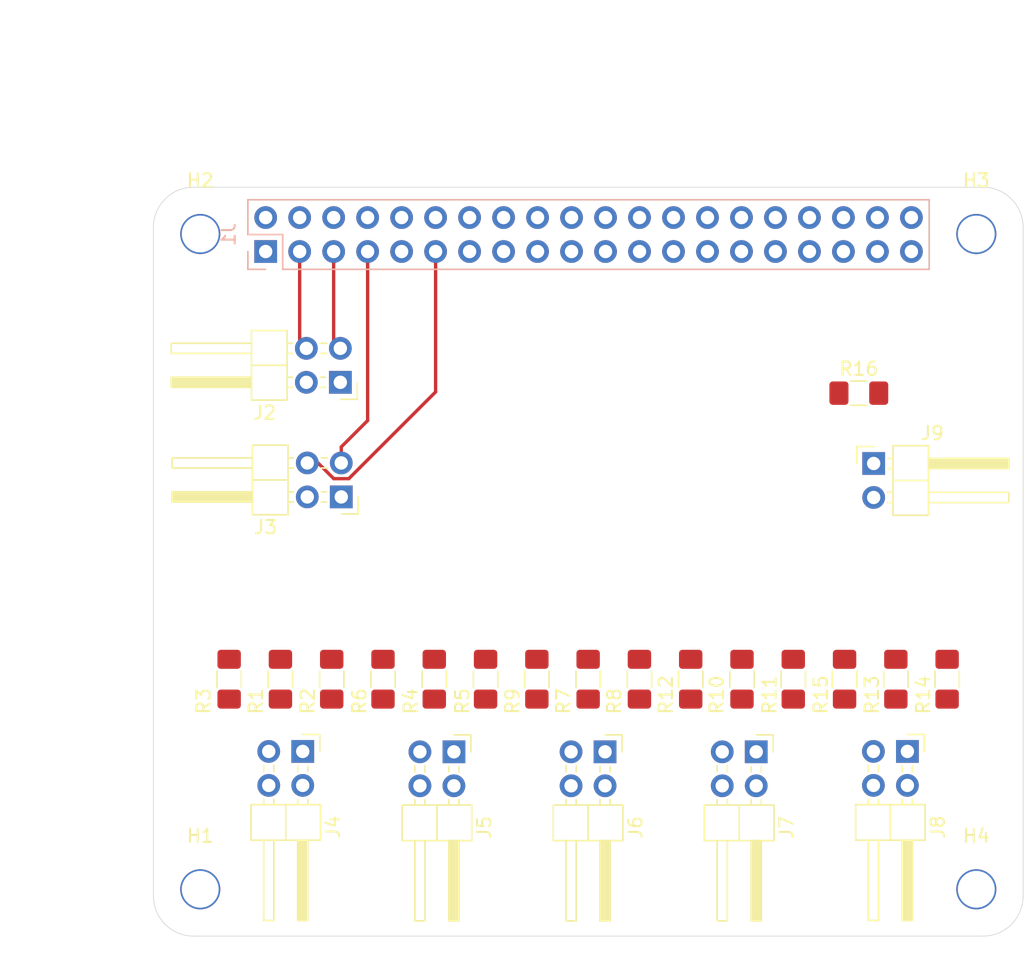
<source format=kicad_pcb>
(kicad_pcb (version 20171130) (host pcbnew "(5.1.4)-1")

  (general
    (thickness 1.6)
    (drawings 12)
    (tracks 15)
    (zones 0)
    (modules 29)
    (nets 52)
  )

  (page A4)
  (layers
    (0 F.Cu signal)
    (31 B.Cu signal)
    (32 B.Adhes user)
    (33 F.Adhes user)
    (34 B.Paste user)
    (35 F.Paste user)
    (36 B.SilkS user)
    (37 F.SilkS user)
    (38 B.Mask user)
    (39 F.Mask user)
    (40 Dwgs.User user)
    (41 Cmts.User user)
    (42 Eco1.User user)
    (43 Eco2.User user)
    (44 Edge.Cuts user)
    (45 Margin user)
    (46 B.CrtYd user)
    (47 F.CrtYd user)
    (48 B.Fab user)
    (49 F.Fab user)
  )

  (setup
    (last_trace_width 0.25)
    (trace_clearance 0.2)
    (zone_clearance 0.508)
    (zone_45_only no)
    (trace_min 0.2)
    (via_size 0.8)
    (via_drill 0.4)
    (via_min_size 0.4)
    (via_min_drill 0.3)
    (uvia_size 0.3)
    (uvia_drill 0.1)
    (uvias_allowed no)
    (uvia_min_size 0.2)
    (uvia_min_drill 0.1)
    (edge_width 0.05)
    (segment_width 0.2)
    (pcb_text_width 0.3)
    (pcb_text_size 1.5 1.5)
    (mod_edge_width 0.12)
    (mod_text_size 1 1)
    (mod_text_width 0.15)
    (pad_size 3 3)
    (pad_drill 2.75)
    (pad_to_mask_clearance 0.051)
    (solder_mask_min_width 0.25)
    (aux_axis_origin 0 0)
    (visible_elements 7FFFFFFF)
    (pcbplotparams
      (layerselection 0x010fc_ffffffff)
      (usegerberextensions false)
      (usegerberattributes false)
      (usegerberadvancedattributes false)
      (creategerberjobfile false)
      (excludeedgelayer true)
      (linewidth 0.100000)
      (plotframeref false)
      (viasonmask false)
      (mode 1)
      (useauxorigin false)
      (hpglpennumber 1)
      (hpglpenspeed 20)
      (hpglpendiameter 15.000000)
      (psnegative false)
      (psa4output false)
      (plotreference true)
      (plotvalue true)
      (plotinvisibletext false)
      (padsonsilk false)
      (subtractmaskfromsilk false)
      (outputformat 1)
      (mirror false)
      (drillshape 1)
      (scaleselection 1)
      (outputdirectory ""))
  )

  (net 0 "")
  (net 1 /3,3V)
  (net 2 /5V)
  (net 3 /Display2)
  (net 4 "Net-(J1-Pad4)")
  (net 5 /Display1)
  (net 6 /GND)
  (net 7 /OFS1)
  (net 8 "Net-(J1-Pad8)")
  (net 9 "Net-(J1-Pad9)")
  (net 10 "Net-(J1-Pad10)")
  (net 11 /OFS2)
  (net 12 "Net-(J1-Pad12)")
  (net 13 /Vol-Data)
  (net 14 "Net-(J1-Pad14)")
  (net 15 /Vol-Led)
  (net 16 /Vol+Data)
  (net 17 "Net-(J1-Pad17)")
  (net 18 /Vol+Led)
  (net 19 /PrevData)
  (net 20 "Net-(J1-Pad20)")
  (net 21 "Net-(J1-Pad21)")
  (net 22 /PrevLed)
  (net 23 "Net-(J1-Pad23)")
  (net 24 /PlayData)
  (net 25 "Net-(J1-Pad25)")
  (net 26 "Net-(J1-Pad26)")
  (net 27 "Net-(J1-Pad27)")
  (net 28 "Net-(J1-Pad28)")
  (net 29 /PlayLed)
  (net 30 "Net-(J1-Pad30)")
  (net 31 /NextData)
  (net 32 /NextLed)
  (net 33 /PowerLed)
  (net 34 "Net-(J1-Pad34)")
  (net 35 "Net-(J1-Pad35)")
  (net 36 "Net-(J1-Pad36)")
  (net 37 "Net-(J1-Pad37)")
  (net 38 "Net-(J1-Pad38)")
  (net 39 /GND2)
  (net 40 "Net-(J1-Pad40)")
  (net 41 "Net-(J4-Pad1)")
  (net 42 "Net-(J4-Pad4)")
  (net 43 "Net-(J5-Pad4)")
  (net 44 "Net-(J5-Pad1)")
  (net 45 "Net-(J6-Pad1)")
  (net 46 "Net-(J6-Pad4)")
  (net 47 "Net-(J7-Pad4)")
  (net 48 "Net-(J7-Pad1)")
  (net 49 "Net-(J8-Pad1)")
  (net 50 "Net-(J8-Pad4)")
  (net 51 "Net-(J9-Pad1)")

  (net_class Default "This is the default net class."
    (clearance 0.2)
    (trace_width 0.25)
    (via_dia 0.8)
    (via_drill 0.4)
    (uvia_dia 0.3)
    (uvia_drill 0.1)
    (add_net /3,3V)
    (add_net /5V)
    (add_net /Display1)
    (add_net /Display2)
    (add_net /GND)
    (add_net /GND2)
    (add_net /NextData)
    (add_net /NextLed)
    (add_net /OFS1)
    (add_net /OFS2)
    (add_net /PlayData)
    (add_net /PlayLed)
    (add_net /PowerLed)
    (add_net /PrevData)
    (add_net /PrevLed)
    (add_net /Vol+Data)
    (add_net /Vol+Led)
    (add_net /Vol-Data)
    (add_net /Vol-Led)
    (add_net "Net-(J1-Pad10)")
    (add_net "Net-(J1-Pad12)")
    (add_net "Net-(J1-Pad14)")
    (add_net "Net-(J1-Pad17)")
    (add_net "Net-(J1-Pad20)")
    (add_net "Net-(J1-Pad21)")
    (add_net "Net-(J1-Pad23)")
    (add_net "Net-(J1-Pad25)")
    (add_net "Net-(J1-Pad26)")
    (add_net "Net-(J1-Pad27)")
    (add_net "Net-(J1-Pad28)")
    (add_net "Net-(J1-Pad30)")
    (add_net "Net-(J1-Pad34)")
    (add_net "Net-(J1-Pad35)")
    (add_net "Net-(J1-Pad36)")
    (add_net "Net-(J1-Pad37)")
    (add_net "Net-(J1-Pad38)")
    (add_net "Net-(J1-Pad4)")
    (add_net "Net-(J1-Pad40)")
    (add_net "Net-(J1-Pad8)")
    (add_net "Net-(J1-Pad9)")
    (add_net "Net-(J4-Pad1)")
    (add_net "Net-(J4-Pad4)")
    (add_net "Net-(J5-Pad1)")
    (add_net "Net-(J5-Pad4)")
    (add_net "Net-(J6-Pad1)")
    (add_net "Net-(J6-Pad4)")
    (add_net "Net-(J7-Pad1)")
    (add_net "Net-(J7-Pad4)")
    (add_net "Net-(J8-Pad1)")
    (add_net "Net-(J8-Pad4)")
    (add_net "Net-(J9-Pad1)")
  )

  (module MountingHole:MountingHole_3mm_Pad (layer F.Cu) (tedit 5D873899) (tstamp 5D827D11)
    (at 63.5 142.5)
    (descr "Mounting Hole 3mm")
    (tags "mounting hole 3mm")
    (path /5DA30E38)
    (attr virtual)
    (fp_text reference H1 (at 0 -4) (layer F.SilkS)
      (effects (font (size 1 1) (thickness 0.15)))
    )
    (fp_text value MH (at 0 4) (layer F.Fab)
      (effects (font (size 1 1) (thickness 0.15)))
    )
    (fp_circle (center 0 0) (end 3.25 0) (layer F.CrtYd) (width 0.05))
    (fp_circle (center 0 0) (end 3 0) (layer Cmts.User) (width 0.15))
    (fp_text user %R (at 0.3 0) (layer F.Fab)
      (effects (font (size 1 1) (thickness 0.15)))
    )
    (pad "" np_thru_hole circle (at 0 0) (size 3 3) (drill 2.75) (layers *.Cu *.Mask))
  )

  (module MountingHole:MountingHole_3mm_Pad (layer F.Cu) (tedit 5D873878) (tstamp 5D873657)
    (at 63.5 93.5)
    (descr "Mounting Hole 3mm")
    (tags "mounting hole 3mm")
    (path /5DA3195B)
    (attr virtual)
    (fp_text reference H2 (at 0 -4) (layer F.SilkS)
      (effects (font (size 1 1) (thickness 0.15)))
    )
    (fp_text value MH (at 0 4) (layer F.Fab)
      (effects (font (size 1 1) (thickness 0.15)))
    )
    (fp_text user %R (at 0.3 0) (layer F.Fab)
      (effects (font (size 1 1) (thickness 0.15)))
    )
    (fp_circle (center 0 0) (end 3 0) (layer Cmts.User) (width 0.15))
    (fp_circle (center 0 0) (end 3.25 0) (layer F.CrtYd) (width 0.05))
    (pad "" np_thru_hole circle (at 0 0) (size 3 3) (drill 2.75) (layers *.Cu *.Mask))
  )

  (module MountingHole:MountingHole_3mm_Pad (layer F.Cu) (tedit 5D873891) (tstamp 5D86692A)
    (at 121.5 93.5)
    (descr "Mounting Hole 3mm")
    (tags "mounting hole 3mm")
    (path /5DA32473)
    (attr virtual)
    (fp_text reference H3 (at 0 -4) (layer F.SilkS)
      (effects (font (size 1 1) (thickness 0.15)))
    )
    (fp_text value MH (at 0 4) (layer F.Fab)
      (effects (font (size 1 1) (thickness 0.15)))
    )
    (fp_circle (center 0 0) (end 3.25 0) (layer F.CrtYd) (width 0.05))
    (fp_circle (center 0 0) (end 3 0) (layer Cmts.User) (width 0.15))
    (fp_text user %R (at 0.3 0) (layer F.Fab)
      (effects (font (size 1 1) (thickness 0.15)))
    )
    (pad "" np_thru_hole circle (at 0 0) (size 3 3) (drill 2.75) (layers *.Cu *.Mask))
  )

  (module MountingHole:MountingHole_3mm_Pad (layer F.Cu) (tedit 5D8738A2) (tstamp 5D86695F)
    (at 121.5 142.5)
    (descr "Mounting Hole 3mm")
    (tags "mounting hole 3mm")
    (path /5DA32B0B)
    (attr virtual)
    (fp_text reference H4 (at 0 -4) (layer F.SilkS)
      (effects (font (size 1 1) (thickness 0.15)))
    )
    (fp_text value MH (at 0 4) (layer F.Fab)
      (effects (font (size 1 1) (thickness 0.15)))
    )
    (fp_text user %R (at 0.3 0) (layer F.Fab)
      (effects (font (size 1 1) (thickness 0.15)))
    )
    (fp_circle (center 0 0) (end 3 0) (layer Cmts.User) (width 0.15))
    (fp_circle (center 0 0) (end 3.25 0) (layer F.CrtYd) (width 0.05))
    (pad "" np_thru_hole circle (at 0 0) (size 3 3) (drill 2.75) (layers *.Cu *.Mask))
  )

  (module Connector_PinSocket_2.54mm:PinSocket_2x20_P2.54mm_Vertical (layer B.Cu) (tedit 5A19A433) (tstamp 5D873728)
    (at 68.39 94.81 270)
    (descr "Through hole straight socket strip, 2x20, 2.54mm pitch, double cols (from Kicad 4.0.7), script generated")
    (tags "Through hole socket strip THT 2x20 2.54mm double row")
    (path /5D97B526)
    (fp_text reference J1 (at -1.27 2.77 270) (layer B.SilkS)
      (effects (font (size 1 1) (thickness 0.15)) (justify mirror))
    )
    (fp_text value Raspberry_Pi_2_3 (at -1.27 -51.03 270) (layer B.Fab)
      (effects (font (size 1 1) (thickness 0.15)) (justify mirror))
    )
    (fp_line (start -3.81 1.27) (end 0.27 1.27) (layer B.Fab) (width 0.1))
    (fp_line (start 0.27 1.27) (end 1.27 0.27) (layer B.Fab) (width 0.1))
    (fp_line (start 1.27 0.27) (end 1.27 -49.53) (layer B.Fab) (width 0.1))
    (fp_line (start 1.27 -49.53) (end -3.81 -49.53) (layer B.Fab) (width 0.1))
    (fp_line (start -3.81 -49.53) (end -3.81 1.27) (layer B.Fab) (width 0.1))
    (fp_line (start -3.87 1.33) (end -1.27 1.33) (layer B.SilkS) (width 0.12))
    (fp_line (start -3.87 1.33) (end -3.87 -49.59) (layer B.SilkS) (width 0.12))
    (fp_line (start -3.87 -49.59) (end 1.33 -49.59) (layer B.SilkS) (width 0.12))
    (fp_line (start 1.33 -1.27) (end 1.33 -49.59) (layer B.SilkS) (width 0.12))
    (fp_line (start -1.27 -1.27) (end 1.33 -1.27) (layer B.SilkS) (width 0.12))
    (fp_line (start -1.27 1.33) (end -1.27 -1.27) (layer B.SilkS) (width 0.12))
    (fp_line (start 1.33 1.33) (end 1.33 0) (layer B.SilkS) (width 0.12))
    (fp_line (start 0 1.33) (end 1.33 1.33) (layer B.SilkS) (width 0.12))
    (fp_line (start -4.34 1.8) (end 1.76 1.8) (layer B.CrtYd) (width 0.05))
    (fp_line (start 1.76 1.8) (end 1.76 -50) (layer B.CrtYd) (width 0.05))
    (fp_line (start 1.76 -50) (end -4.34 -50) (layer B.CrtYd) (width 0.05))
    (fp_line (start -4.34 -50) (end -4.34 1.8) (layer B.CrtYd) (width 0.05))
    (fp_text user %R (at -1.27 -24.13) (layer B.Fab)
      (effects (font (size 1 1) (thickness 0.15)) (justify mirror))
    )
    (pad 1 thru_hole rect (at 0 0 270) (size 1.7 1.7) (drill 1) (layers *.Cu *.Mask)
      (net 1 /3,3V))
    (pad 2 thru_hole oval (at -2.54 0 270) (size 1.7 1.7) (drill 1) (layers *.Cu *.Mask)
      (net 2 /5V))
    (pad 3 thru_hole oval (at 0 -2.54 270) (size 1.7 1.7) (drill 1) (layers *.Cu *.Mask)
      (net 3 /Display2))
    (pad 4 thru_hole oval (at -2.54 -2.54 270) (size 1.7 1.7) (drill 1) (layers *.Cu *.Mask)
      (net 4 "Net-(J1-Pad4)"))
    (pad 5 thru_hole oval (at 0 -5.08 270) (size 1.7 1.7) (drill 1) (layers *.Cu *.Mask)
      (net 5 /Display1))
    (pad 6 thru_hole oval (at -2.54 -5.08 270) (size 1.7 1.7) (drill 1) (layers *.Cu *.Mask)
      (net 6 /GND))
    (pad 7 thru_hole oval (at 0 -7.62 270) (size 1.7 1.7) (drill 1) (layers *.Cu *.Mask)
      (net 7 /OFS1))
    (pad 8 thru_hole oval (at -2.54 -7.62 270) (size 1.7 1.7) (drill 1) (layers *.Cu *.Mask)
      (net 8 "Net-(J1-Pad8)"))
    (pad 9 thru_hole oval (at 0 -10.16 270) (size 1.7 1.7) (drill 1) (layers *.Cu *.Mask)
      (net 9 "Net-(J1-Pad9)"))
    (pad 10 thru_hole oval (at -2.54 -10.16 270) (size 1.7 1.7) (drill 1) (layers *.Cu *.Mask)
      (net 10 "Net-(J1-Pad10)"))
    (pad 11 thru_hole oval (at 0 -12.7 270) (size 1.7 1.7) (drill 1) (layers *.Cu *.Mask)
      (net 11 /OFS2))
    (pad 12 thru_hole oval (at -2.54 -12.7 270) (size 1.7 1.7) (drill 1) (layers *.Cu *.Mask)
      (net 12 "Net-(J1-Pad12)"))
    (pad 13 thru_hole oval (at 0 -15.24 270) (size 1.7 1.7) (drill 1) (layers *.Cu *.Mask)
      (net 13 /Vol-Data))
    (pad 14 thru_hole oval (at -2.54 -15.24 270) (size 1.7 1.7) (drill 1) (layers *.Cu *.Mask)
      (net 14 "Net-(J1-Pad14)"))
    (pad 15 thru_hole oval (at 0 -17.78 270) (size 1.7 1.7) (drill 1) (layers *.Cu *.Mask)
      (net 15 /Vol-Led))
    (pad 16 thru_hole oval (at -2.54 -17.78 270) (size 1.7 1.7) (drill 1) (layers *.Cu *.Mask)
      (net 16 /Vol+Data))
    (pad 17 thru_hole oval (at 0 -20.32 270) (size 1.7 1.7) (drill 1) (layers *.Cu *.Mask)
      (net 17 "Net-(J1-Pad17)"))
    (pad 18 thru_hole oval (at -2.54 -20.32 270) (size 1.7 1.7) (drill 1) (layers *.Cu *.Mask)
      (net 18 /Vol+Led))
    (pad 19 thru_hole oval (at 0 -22.86 270) (size 1.7 1.7) (drill 1) (layers *.Cu *.Mask)
      (net 19 /PrevData))
    (pad 20 thru_hole oval (at -2.54 -22.86 270) (size 1.7 1.7) (drill 1) (layers *.Cu *.Mask)
      (net 20 "Net-(J1-Pad20)"))
    (pad 21 thru_hole oval (at 0 -25.4 270) (size 1.7 1.7) (drill 1) (layers *.Cu *.Mask)
      (net 21 "Net-(J1-Pad21)"))
    (pad 22 thru_hole oval (at -2.54 -25.4 270) (size 1.7 1.7) (drill 1) (layers *.Cu *.Mask)
      (net 22 /PrevLed))
    (pad 23 thru_hole oval (at 0 -27.94 270) (size 1.7 1.7) (drill 1) (layers *.Cu *.Mask)
      (net 23 "Net-(J1-Pad23)"))
    (pad 24 thru_hole oval (at -2.54 -27.94 270) (size 1.7 1.7) (drill 1) (layers *.Cu *.Mask)
      (net 24 /PlayData))
    (pad 25 thru_hole oval (at 0 -30.48 270) (size 1.7 1.7) (drill 1) (layers *.Cu *.Mask)
      (net 25 "Net-(J1-Pad25)"))
    (pad 26 thru_hole oval (at -2.54 -30.48 270) (size 1.7 1.7) (drill 1) (layers *.Cu *.Mask)
      (net 26 "Net-(J1-Pad26)"))
    (pad 27 thru_hole oval (at 0 -33.02 270) (size 1.7 1.7) (drill 1) (layers *.Cu *.Mask)
      (net 27 "Net-(J1-Pad27)"))
    (pad 28 thru_hole oval (at -2.54 -33.02 270) (size 1.7 1.7) (drill 1) (layers *.Cu *.Mask)
      (net 28 "Net-(J1-Pad28)"))
    (pad 29 thru_hole oval (at 0 -35.56 270) (size 1.7 1.7) (drill 1) (layers *.Cu *.Mask)
      (net 29 /PlayLed))
    (pad 30 thru_hole oval (at -2.54 -35.56 270) (size 1.7 1.7) (drill 1) (layers *.Cu *.Mask)
      (net 30 "Net-(J1-Pad30)"))
    (pad 31 thru_hole oval (at 0 -38.1 270) (size 1.7 1.7) (drill 1) (layers *.Cu *.Mask)
      (net 31 /NextData))
    (pad 32 thru_hole oval (at -2.54 -38.1 270) (size 1.7 1.7) (drill 1) (layers *.Cu *.Mask)
      (net 32 /NextLed))
    (pad 33 thru_hole oval (at 0 -40.64 270) (size 1.7 1.7) (drill 1) (layers *.Cu *.Mask)
      (net 33 /PowerLed))
    (pad 34 thru_hole oval (at -2.54 -40.64 270) (size 1.7 1.7) (drill 1) (layers *.Cu *.Mask)
      (net 34 "Net-(J1-Pad34)"))
    (pad 35 thru_hole oval (at 0 -43.18 270) (size 1.7 1.7) (drill 1) (layers *.Cu *.Mask)
      (net 35 "Net-(J1-Pad35)"))
    (pad 36 thru_hole oval (at -2.54 -43.18 270) (size 1.7 1.7) (drill 1) (layers *.Cu *.Mask)
      (net 36 "Net-(J1-Pad36)"))
    (pad 37 thru_hole oval (at 0 -45.72 270) (size 1.7 1.7) (drill 1) (layers *.Cu *.Mask)
      (net 37 "Net-(J1-Pad37)"))
    (pad 38 thru_hole oval (at -2.54 -45.72 270) (size 1.7 1.7) (drill 1) (layers *.Cu *.Mask)
      (net 38 "Net-(J1-Pad38)"))
    (pad 39 thru_hole oval (at 0 -48.26 270) (size 1.7 1.7) (drill 1) (layers *.Cu *.Mask)
      (net 39 /GND2))
    (pad 40 thru_hole oval (at -2.54 -48.26 270) (size 1.7 1.7) (drill 1) (layers *.Cu *.Mask)
      (net 40 "Net-(J1-Pad40)"))
    (model ${KISYS3DMOD}/Connector_PinSocket_2.54mm.3dshapes/PinSocket_2x20_P2.54mm_Vertical.wrl
      (at (xyz 0 0 0))
      (scale (xyz 1 1 1))
      (rotate (xyz 0 0 0))
    )
  )

  (module Connector_PinHeader_2.54mm:PinHeader_2x02_P2.54mm_Horizontal (layer F.Cu) (tedit 59FED5CB) (tstamp 5D827DA0)
    (at 73.97 104.59 180)
    (descr "Through hole angled pin header, 2x02, 2.54mm pitch, 6mm pin length, double rows")
    (tags "Through hole angled pin header THT 2x02 2.54mm double row")
    (path /5D98124A)
    (fp_text reference J2 (at 5.655 -2.27) (layer F.SilkS)
      (effects (font (size 1 1) (thickness 0.15)))
    )
    (fp_text value Display (at 5.655 4.81) (layer F.Fab)
      (effects (font (size 1 1) (thickness 0.15)))
    )
    (fp_line (start 4.675 -1.27) (end 6.58 -1.27) (layer F.Fab) (width 0.1))
    (fp_line (start 6.58 -1.27) (end 6.58 3.81) (layer F.Fab) (width 0.1))
    (fp_line (start 6.58 3.81) (end 4.04 3.81) (layer F.Fab) (width 0.1))
    (fp_line (start 4.04 3.81) (end 4.04 -0.635) (layer F.Fab) (width 0.1))
    (fp_line (start 4.04 -0.635) (end 4.675 -1.27) (layer F.Fab) (width 0.1))
    (fp_line (start -0.32 -0.32) (end 4.04 -0.32) (layer F.Fab) (width 0.1))
    (fp_line (start -0.32 -0.32) (end -0.32 0.32) (layer F.Fab) (width 0.1))
    (fp_line (start -0.32 0.32) (end 4.04 0.32) (layer F.Fab) (width 0.1))
    (fp_line (start 6.58 -0.32) (end 12.58 -0.32) (layer F.Fab) (width 0.1))
    (fp_line (start 12.58 -0.32) (end 12.58 0.32) (layer F.Fab) (width 0.1))
    (fp_line (start 6.58 0.32) (end 12.58 0.32) (layer F.Fab) (width 0.1))
    (fp_line (start -0.32 2.22) (end 4.04 2.22) (layer F.Fab) (width 0.1))
    (fp_line (start -0.32 2.22) (end -0.32 2.86) (layer F.Fab) (width 0.1))
    (fp_line (start -0.32 2.86) (end 4.04 2.86) (layer F.Fab) (width 0.1))
    (fp_line (start 6.58 2.22) (end 12.58 2.22) (layer F.Fab) (width 0.1))
    (fp_line (start 12.58 2.22) (end 12.58 2.86) (layer F.Fab) (width 0.1))
    (fp_line (start 6.58 2.86) (end 12.58 2.86) (layer F.Fab) (width 0.1))
    (fp_line (start 3.98 -1.33) (end 3.98 3.87) (layer F.SilkS) (width 0.12))
    (fp_line (start 3.98 3.87) (end 6.64 3.87) (layer F.SilkS) (width 0.12))
    (fp_line (start 6.64 3.87) (end 6.64 -1.33) (layer F.SilkS) (width 0.12))
    (fp_line (start 6.64 -1.33) (end 3.98 -1.33) (layer F.SilkS) (width 0.12))
    (fp_line (start 6.64 -0.38) (end 12.64 -0.38) (layer F.SilkS) (width 0.12))
    (fp_line (start 12.64 -0.38) (end 12.64 0.38) (layer F.SilkS) (width 0.12))
    (fp_line (start 12.64 0.38) (end 6.64 0.38) (layer F.SilkS) (width 0.12))
    (fp_line (start 6.64 -0.32) (end 12.64 -0.32) (layer F.SilkS) (width 0.12))
    (fp_line (start 6.64 -0.2) (end 12.64 -0.2) (layer F.SilkS) (width 0.12))
    (fp_line (start 6.64 -0.08) (end 12.64 -0.08) (layer F.SilkS) (width 0.12))
    (fp_line (start 6.64 0.04) (end 12.64 0.04) (layer F.SilkS) (width 0.12))
    (fp_line (start 6.64 0.16) (end 12.64 0.16) (layer F.SilkS) (width 0.12))
    (fp_line (start 6.64 0.28) (end 12.64 0.28) (layer F.SilkS) (width 0.12))
    (fp_line (start 3.582929 -0.38) (end 3.98 -0.38) (layer F.SilkS) (width 0.12))
    (fp_line (start 3.582929 0.38) (end 3.98 0.38) (layer F.SilkS) (width 0.12))
    (fp_line (start 1.11 -0.38) (end 1.497071 -0.38) (layer F.SilkS) (width 0.12))
    (fp_line (start 1.11 0.38) (end 1.497071 0.38) (layer F.SilkS) (width 0.12))
    (fp_line (start 3.98 1.27) (end 6.64 1.27) (layer F.SilkS) (width 0.12))
    (fp_line (start 6.64 2.16) (end 12.64 2.16) (layer F.SilkS) (width 0.12))
    (fp_line (start 12.64 2.16) (end 12.64 2.92) (layer F.SilkS) (width 0.12))
    (fp_line (start 12.64 2.92) (end 6.64 2.92) (layer F.SilkS) (width 0.12))
    (fp_line (start 3.582929 2.16) (end 3.98 2.16) (layer F.SilkS) (width 0.12))
    (fp_line (start 3.582929 2.92) (end 3.98 2.92) (layer F.SilkS) (width 0.12))
    (fp_line (start 1.042929 2.16) (end 1.497071 2.16) (layer F.SilkS) (width 0.12))
    (fp_line (start 1.042929 2.92) (end 1.497071 2.92) (layer F.SilkS) (width 0.12))
    (fp_line (start -1.27 0) (end -1.27 -1.27) (layer F.SilkS) (width 0.12))
    (fp_line (start -1.27 -1.27) (end 0 -1.27) (layer F.SilkS) (width 0.12))
    (fp_line (start -1.8 -1.8) (end -1.8 4.35) (layer F.CrtYd) (width 0.05))
    (fp_line (start -1.8 4.35) (end 13.1 4.35) (layer F.CrtYd) (width 0.05))
    (fp_line (start 13.1 4.35) (end 13.1 -1.8) (layer F.CrtYd) (width 0.05))
    (fp_line (start 13.1 -1.8) (end -1.8 -1.8) (layer F.CrtYd) (width 0.05))
    (fp_text user %R (at 5.31 1.27 90) (layer F.Fab)
      (effects (font (size 1 1) (thickness 0.15)))
    )
    (pad 1 thru_hole rect (at 0 0 180) (size 1.7 1.7) (drill 1) (layers *.Cu *.Mask)
      (net 2 /5V))
    (pad 2 thru_hole oval (at 2.54 0 180) (size 1.7 1.7) (drill 1) (layers *.Cu *.Mask)
      (net 6 /GND))
    (pad 3 thru_hole oval (at 0 2.54 180) (size 1.7 1.7) (drill 1) (layers *.Cu *.Mask)
      (net 5 /Display1))
    (pad 4 thru_hole oval (at 2.54 2.54 180) (size 1.7 1.7) (drill 1) (layers *.Cu *.Mask)
      (net 3 /Display2))
    (model ${KISYS3DMOD}/Connector_PinHeader_2.54mm.3dshapes/PinHeader_2x02_P2.54mm_Horizontal.wrl
      (at (xyz 0 0 0))
      (scale (xyz 1 1 1))
      (rotate (xyz 0 0 0))
    )
  )

  (module Connector_PinHeader_2.54mm:PinHeader_2x02_P2.54mm_Horizontal (layer F.Cu) (tedit 59FED5CB) (tstamp 5D827DD9)
    (at 74.04 113.16 180)
    (descr "Through hole angled pin header, 2x02, 2.54mm pitch, 6mm pin length, double rows")
    (tags "Through hole angled pin header THT 2x02 2.54mm double row")
    (path /5D98ABD9)
    (fp_text reference J3 (at 5.655 -2.27) (layer F.SilkS)
      (effects (font (size 1 1) (thickness 0.15)))
    )
    (fp_text value OnOffShim (at 5.655 4.81) (layer F.Fab)
      (effects (font (size 1 1) (thickness 0.15)))
    )
    (fp_text user %R (at 5.31 1.27 90) (layer F.Fab)
      (effects (font (size 1 1) (thickness 0.15)))
    )
    (fp_line (start 13.1 -1.8) (end -1.8 -1.8) (layer F.CrtYd) (width 0.05))
    (fp_line (start 13.1 4.35) (end 13.1 -1.8) (layer F.CrtYd) (width 0.05))
    (fp_line (start -1.8 4.35) (end 13.1 4.35) (layer F.CrtYd) (width 0.05))
    (fp_line (start -1.8 -1.8) (end -1.8 4.35) (layer F.CrtYd) (width 0.05))
    (fp_line (start -1.27 -1.27) (end 0 -1.27) (layer F.SilkS) (width 0.12))
    (fp_line (start -1.27 0) (end -1.27 -1.27) (layer F.SilkS) (width 0.12))
    (fp_line (start 1.042929 2.92) (end 1.497071 2.92) (layer F.SilkS) (width 0.12))
    (fp_line (start 1.042929 2.16) (end 1.497071 2.16) (layer F.SilkS) (width 0.12))
    (fp_line (start 3.582929 2.92) (end 3.98 2.92) (layer F.SilkS) (width 0.12))
    (fp_line (start 3.582929 2.16) (end 3.98 2.16) (layer F.SilkS) (width 0.12))
    (fp_line (start 12.64 2.92) (end 6.64 2.92) (layer F.SilkS) (width 0.12))
    (fp_line (start 12.64 2.16) (end 12.64 2.92) (layer F.SilkS) (width 0.12))
    (fp_line (start 6.64 2.16) (end 12.64 2.16) (layer F.SilkS) (width 0.12))
    (fp_line (start 3.98 1.27) (end 6.64 1.27) (layer F.SilkS) (width 0.12))
    (fp_line (start 1.11 0.38) (end 1.497071 0.38) (layer F.SilkS) (width 0.12))
    (fp_line (start 1.11 -0.38) (end 1.497071 -0.38) (layer F.SilkS) (width 0.12))
    (fp_line (start 3.582929 0.38) (end 3.98 0.38) (layer F.SilkS) (width 0.12))
    (fp_line (start 3.582929 -0.38) (end 3.98 -0.38) (layer F.SilkS) (width 0.12))
    (fp_line (start 6.64 0.28) (end 12.64 0.28) (layer F.SilkS) (width 0.12))
    (fp_line (start 6.64 0.16) (end 12.64 0.16) (layer F.SilkS) (width 0.12))
    (fp_line (start 6.64 0.04) (end 12.64 0.04) (layer F.SilkS) (width 0.12))
    (fp_line (start 6.64 -0.08) (end 12.64 -0.08) (layer F.SilkS) (width 0.12))
    (fp_line (start 6.64 -0.2) (end 12.64 -0.2) (layer F.SilkS) (width 0.12))
    (fp_line (start 6.64 -0.32) (end 12.64 -0.32) (layer F.SilkS) (width 0.12))
    (fp_line (start 12.64 0.38) (end 6.64 0.38) (layer F.SilkS) (width 0.12))
    (fp_line (start 12.64 -0.38) (end 12.64 0.38) (layer F.SilkS) (width 0.12))
    (fp_line (start 6.64 -0.38) (end 12.64 -0.38) (layer F.SilkS) (width 0.12))
    (fp_line (start 6.64 -1.33) (end 3.98 -1.33) (layer F.SilkS) (width 0.12))
    (fp_line (start 6.64 3.87) (end 6.64 -1.33) (layer F.SilkS) (width 0.12))
    (fp_line (start 3.98 3.87) (end 6.64 3.87) (layer F.SilkS) (width 0.12))
    (fp_line (start 3.98 -1.33) (end 3.98 3.87) (layer F.SilkS) (width 0.12))
    (fp_line (start 6.58 2.86) (end 12.58 2.86) (layer F.Fab) (width 0.1))
    (fp_line (start 12.58 2.22) (end 12.58 2.86) (layer F.Fab) (width 0.1))
    (fp_line (start 6.58 2.22) (end 12.58 2.22) (layer F.Fab) (width 0.1))
    (fp_line (start -0.32 2.86) (end 4.04 2.86) (layer F.Fab) (width 0.1))
    (fp_line (start -0.32 2.22) (end -0.32 2.86) (layer F.Fab) (width 0.1))
    (fp_line (start -0.32 2.22) (end 4.04 2.22) (layer F.Fab) (width 0.1))
    (fp_line (start 6.58 0.32) (end 12.58 0.32) (layer F.Fab) (width 0.1))
    (fp_line (start 12.58 -0.32) (end 12.58 0.32) (layer F.Fab) (width 0.1))
    (fp_line (start 6.58 -0.32) (end 12.58 -0.32) (layer F.Fab) (width 0.1))
    (fp_line (start -0.32 0.32) (end 4.04 0.32) (layer F.Fab) (width 0.1))
    (fp_line (start -0.32 -0.32) (end -0.32 0.32) (layer F.Fab) (width 0.1))
    (fp_line (start -0.32 -0.32) (end 4.04 -0.32) (layer F.Fab) (width 0.1))
    (fp_line (start 4.04 -0.635) (end 4.675 -1.27) (layer F.Fab) (width 0.1))
    (fp_line (start 4.04 3.81) (end 4.04 -0.635) (layer F.Fab) (width 0.1))
    (fp_line (start 6.58 3.81) (end 4.04 3.81) (layer F.Fab) (width 0.1))
    (fp_line (start 6.58 -1.27) (end 6.58 3.81) (layer F.Fab) (width 0.1))
    (fp_line (start 4.675 -1.27) (end 6.58 -1.27) (layer F.Fab) (width 0.1))
    (pad 4 thru_hole oval (at 2.54 2.54 180) (size 1.7 1.7) (drill 1) (layers *.Cu *.Mask)
      (net 11 /OFS2))
    (pad 3 thru_hole oval (at 0 2.54 180) (size 1.7 1.7) (drill 1) (layers *.Cu *.Mask)
      (net 7 /OFS1))
    (pad 2 thru_hole oval (at 2.54 0 180) (size 1.7 1.7) (drill 1) (layers *.Cu *.Mask)
      (net 6 /GND))
    (pad 1 thru_hole rect (at 0 0 180) (size 1.7 1.7) (drill 1) (layers *.Cu *.Mask)
      (net 2 /5V))
    (model ${KISYS3DMOD}/Connector_PinHeader_2.54mm.3dshapes/PinHeader_2x02_P2.54mm_Horizontal.wrl
      (at (xyz 0 0 0))
      (scale (xyz 1 1 1))
      (rotate (xyz 0 0 0))
    )
  )

  (module Connector_PinHeader_2.54mm:PinHeader_2x02_P2.54mm_Horizontal (layer F.Cu) (tedit 59FED5CB) (tstamp 5D8789E1)
    (at 71.16 132.19 270)
    (descr "Through hole angled pin header, 2x02, 2.54mm pitch, 6mm pin length, double rows")
    (tags "Through hole angled pin header THT 2x02 2.54mm double row")
    (path /5D98DBCF)
    (fp_text reference J4 (at 5.655 -2.27 90) (layer F.SilkS)
      (effects (font (size 1 1) (thickness 0.15)))
    )
    (fp_text value VOL- (at 5.655 4.81 90) (layer F.Fab)
      (effects (font (size 1 1) (thickness 0.15)))
    )
    (fp_line (start 4.675 -1.27) (end 6.58 -1.27) (layer F.Fab) (width 0.1))
    (fp_line (start 6.58 -1.27) (end 6.58 3.81) (layer F.Fab) (width 0.1))
    (fp_line (start 6.58 3.81) (end 4.04 3.81) (layer F.Fab) (width 0.1))
    (fp_line (start 4.04 3.81) (end 4.04 -0.635) (layer F.Fab) (width 0.1))
    (fp_line (start 4.04 -0.635) (end 4.675 -1.27) (layer F.Fab) (width 0.1))
    (fp_line (start -0.32 -0.32) (end 4.04 -0.32) (layer F.Fab) (width 0.1))
    (fp_line (start -0.32 -0.32) (end -0.32 0.32) (layer F.Fab) (width 0.1))
    (fp_line (start -0.32 0.32) (end 4.04 0.32) (layer F.Fab) (width 0.1))
    (fp_line (start 6.58 -0.32) (end 12.58 -0.32) (layer F.Fab) (width 0.1))
    (fp_line (start 12.58 -0.32) (end 12.58 0.32) (layer F.Fab) (width 0.1))
    (fp_line (start 6.58 0.32) (end 12.58 0.32) (layer F.Fab) (width 0.1))
    (fp_line (start -0.32 2.22) (end 4.04 2.22) (layer F.Fab) (width 0.1))
    (fp_line (start -0.32 2.22) (end -0.32 2.86) (layer F.Fab) (width 0.1))
    (fp_line (start -0.32 2.86) (end 4.04 2.86) (layer F.Fab) (width 0.1))
    (fp_line (start 6.58 2.22) (end 12.58 2.22) (layer F.Fab) (width 0.1))
    (fp_line (start 12.58 2.22) (end 12.58 2.86) (layer F.Fab) (width 0.1))
    (fp_line (start 6.58 2.86) (end 12.58 2.86) (layer F.Fab) (width 0.1))
    (fp_line (start 3.98 -1.33) (end 3.98 3.87) (layer F.SilkS) (width 0.12))
    (fp_line (start 3.98 3.87) (end 6.64 3.87) (layer F.SilkS) (width 0.12))
    (fp_line (start 6.64 3.87) (end 6.64 -1.33) (layer F.SilkS) (width 0.12))
    (fp_line (start 6.64 -1.33) (end 3.98 -1.33) (layer F.SilkS) (width 0.12))
    (fp_line (start 6.64 -0.38) (end 12.64 -0.38) (layer F.SilkS) (width 0.12))
    (fp_line (start 12.64 -0.38) (end 12.64 0.38) (layer F.SilkS) (width 0.12))
    (fp_line (start 12.64 0.38) (end 6.64 0.38) (layer F.SilkS) (width 0.12))
    (fp_line (start 6.64 -0.32) (end 12.64 -0.32) (layer F.SilkS) (width 0.12))
    (fp_line (start 6.64 -0.2) (end 12.64 -0.2) (layer F.SilkS) (width 0.12))
    (fp_line (start 6.64 -0.08) (end 12.64 -0.08) (layer F.SilkS) (width 0.12))
    (fp_line (start 6.64 0.04) (end 12.64 0.04) (layer F.SilkS) (width 0.12))
    (fp_line (start 6.64 0.16) (end 12.64 0.16) (layer F.SilkS) (width 0.12))
    (fp_line (start 6.64 0.28) (end 12.64 0.28) (layer F.SilkS) (width 0.12))
    (fp_line (start 3.582929 -0.38) (end 3.98 -0.38) (layer F.SilkS) (width 0.12))
    (fp_line (start 3.582929 0.38) (end 3.98 0.38) (layer F.SilkS) (width 0.12))
    (fp_line (start 1.11 -0.38) (end 1.497071 -0.38) (layer F.SilkS) (width 0.12))
    (fp_line (start 1.11 0.38) (end 1.497071 0.38) (layer F.SilkS) (width 0.12))
    (fp_line (start 3.98 1.27) (end 6.64 1.27) (layer F.SilkS) (width 0.12))
    (fp_line (start 6.64 2.16) (end 12.64 2.16) (layer F.SilkS) (width 0.12))
    (fp_line (start 12.64 2.16) (end 12.64 2.92) (layer F.SilkS) (width 0.12))
    (fp_line (start 12.64 2.92) (end 6.64 2.92) (layer F.SilkS) (width 0.12))
    (fp_line (start 3.582929 2.16) (end 3.98 2.16) (layer F.SilkS) (width 0.12))
    (fp_line (start 3.582929 2.92) (end 3.98 2.92) (layer F.SilkS) (width 0.12))
    (fp_line (start 1.042929 2.16) (end 1.497071 2.16) (layer F.SilkS) (width 0.12))
    (fp_line (start 1.042929 2.92) (end 1.497071 2.92) (layer F.SilkS) (width 0.12))
    (fp_line (start -1.27 0) (end -1.27 -1.27) (layer F.SilkS) (width 0.12))
    (fp_line (start -1.27 -1.27) (end 0 -1.27) (layer F.SilkS) (width 0.12))
    (fp_line (start -1.8 -1.8) (end -1.8 4.35) (layer F.CrtYd) (width 0.05))
    (fp_line (start -1.8 4.35) (end 13.1 4.35) (layer F.CrtYd) (width 0.05))
    (fp_line (start 13.1 4.35) (end 13.1 -1.8) (layer F.CrtYd) (width 0.05))
    (fp_line (start 13.1 -1.8) (end -1.8 -1.8) (layer F.CrtYd) (width 0.05))
    (fp_text user %R (at 5.31 1.27) (layer F.Fab)
      (effects (font (size 1 1) (thickness 0.15)))
    )
    (pad 1 thru_hole rect (at 0 0 270) (size 1.7 1.7) (drill 1) (layers *.Cu *.Mask)
      (net 41 "Net-(J4-Pad1)"))
    (pad 2 thru_hole oval (at 2.54 0 270) (size 1.7 1.7) (drill 1) (layers *.Cu *.Mask)
      (net 6 /GND))
    (pad 3 thru_hole oval (at 0 2.54 270) (size 1.7 1.7) (drill 1) (layers *.Cu *.Mask)
      (net 6 /GND))
    (pad 4 thru_hole oval (at 2.54 2.54 270) (size 1.7 1.7) (drill 1) (layers *.Cu *.Mask)
      (net 42 "Net-(J4-Pad4)"))
    (model ${KISYS3DMOD}/Connector_PinHeader_2.54mm.3dshapes/PinHeader_2x02_P2.54mm_Horizontal.wrl
      (at (xyz 0 0 0))
      (scale (xyz 1 1 1))
      (rotate (xyz 0 0 0))
    )
  )

  (module Connector_PinHeader_2.54mm:PinHeader_2x02_P2.54mm_Horizontal (layer F.Cu) (tedit 59FED5CB) (tstamp 5D87473C)
    (at 82.4575 132.22 270)
    (descr "Through hole angled pin header, 2x02, 2.54mm pitch, 6mm pin length, double rows")
    (tags "Through hole angled pin header THT 2x02 2.54mm double row")
    (path /5D9C20C2)
    (fp_text reference J5 (at 5.655 -2.27 90) (layer F.SilkS)
      (effects (font (size 1 1) (thickness 0.15)))
    )
    (fp_text value VOL+ (at 5.655 4.81 90) (layer F.Fab)
      (effects (font (size 1 1) (thickness 0.15)))
    )
    (fp_text user %R (at 5.31 1.27) (layer F.Fab)
      (effects (font (size 1 1) (thickness 0.15)))
    )
    (fp_line (start 13.1 -1.8) (end -1.8 -1.8) (layer F.CrtYd) (width 0.05))
    (fp_line (start 13.1 4.35) (end 13.1 -1.8) (layer F.CrtYd) (width 0.05))
    (fp_line (start -1.8 4.35) (end 13.1 4.35) (layer F.CrtYd) (width 0.05))
    (fp_line (start -1.8 -1.8) (end -1.8 4.35) (layer F.CrtYd) (width 0.05))
    (fp_line (start -1.27 -1.27) (end 0 -1.27) (layer F.SilkS) (width 0.12))
    (fp_line (start -1.27 0) (end -1.27 -1.27) (layer F.SilkS) (width 0.12))
    (fp_line (start 1.042929 2.92) (end 1.497071 2.92) (layer F.SilkS) (width 0.12))
    (fp_line (start 1.042929 2.16) (end 1.497071 2.16) (layer F.SilkS) (width 0.12))
    (fp_line (start 3.582929 2.92) (end 3.98 2.92) (layer F.SilkS) (width 0.12))
    (fp_line (start 3.582929 2.16) (end 3.98 2.16) (layer F.SilkS) (width 0.12))
    (fp_line (start 12.64 2.92) (end 6.64 2.92) (layer F.SilkS) (width 0.12))
    (fp_line (start 12.64 2.16) (end 12.64 2.92) (layer F.SilkS) (width 0.12))
    (fp_line (start 6.64 2.16) (end 12.64 2.16) (layer F.SilkS) (width 0.12))
    (fp_line (start 3.98 1.27) (end 6.64 1.27) (layer F.SilkS) (width 0.12))
    (fp_line (start 1.11 0.38) (end 1.497071 0.38) (layer F.SilkS) (width 0.12))
    (fp_line (start 1.11 -0.38) (end 1.497071 -0.38) (layer F.SilkS) (width 0.12))
    (fp_line (start 3.582929 0.38) (end 3.98 0.38) (layer F.SilkS) (width 0.12))
    (fp_line (start 3.582929 -0.38) (end 3.98 -0.38) (layer F.SilkS) (width 0.12))
    (fp_line (start 6.64 0.28) (end 12.64 0.28) (layer F.SilkS) (width 0.12))
    (fp_line (start 6.64 0.16) (end 12.64 0.16) (layer F.SilkS) (width 0.12))
    (fp_line (start 6.64 0.04) (end 12.64 0.04) (layer F.SilkS) (width 0.12))
    (fp_line (start 6.64 -0.08) (end 12.64 -0.08) (layer F.SilkS) (width 0.12))
    (fp_line (start 6.64 -0.2) (end 12.64 -0.2) (layer F.SilkS) (width 0.12))
    (fp_line (start 6.64 -0.32) (end 12.64 -0.32) (layer F.SilkS) (width 0.12))
    (fp_line (start 12.64 0.38) (end 6.64 0.38) (layer F.SilkS) (width 0.12))
    (fp_line (start 12.64 -0.38) (end 12.64 0.38) (layer F.SilkS) (width 0.12))
    (fp_line (start 6.64 -0.38) (end 12.64 -0.38) (layer F.SilkS) (width 0.12))
    (fp_line (start 6.64 -1.33) (end 3.98 -1.33) (layer F.SilkS) (width 0.12))
    (fp_line (start 6.64 3.87) (end 6.64 -1.33) (layer F.SilkS) (width 0.12))
    (fp_line (start 3.98 3.87) (end 6.64 3.87) (layer F.SilkS) (width 0.12))
    (fp_line (start 3.98 -1.33) (end 3.98 3.87) (layer F.SilkS) (width 0.12))
    (fp_line (start 6.58 2.86) (end 12.58 2.86) (layer F.Fab) (width 0.1))
    (fp_line (start 12.58 2.22) (end 12.58 2.86) (layer F.Fab) (width 0.1))
    (fp_line (start 6.58 2.22) (end 12.58 2.22) (layer F.Fab) (width 0.1))
    (fp_line (start -0.32 2.86) (end 4.04 2.86) (layer F.Fab) (width 0.1))
    (fp_line (start -0.32 2.22) (end -0.32 2.86) (layer F.Fab) (width 0.1))
    (fp_line (start -0.32 2.22) (end 4.04 2.22) (layer F.Fab) (width 0.1))
    (fp_line (start 6.58 0.32) (end 12.58 0.32) (layer F.Fab) (width 0.1))
    (fp_line (start 12.58 -0.32) (end 12.58 0.32) (layer F.Fab) (width 0.1))
    (fp_line (start 6.58 -0.32) (end 12.58 -0.32) (layer F.Fab) (width 0.1))
    (fp_line (start -0.32 0.32) (end 4.04 0.32) (layer F.Fab) (width 0.1))
    (fp_line (start -0.32 -0.32) (end -0.32 0.32) (layer F.Fab) (width 0.1))
    (fp_line (start -0.32 -0.32) (end 4.04 -0.32) (layer F.Fab) (width 0.1))
    (fp_line (start 4.04 -0.635) (end 4.675 -1.27) (layer F.Fab) (width 0.1))
    (fp_line (start 4.04 3.81) (end 4.04 -0.635) (layer F.Fab) (width 0.1))
    (fp_line (start 6.58 3.81) (end 4.04 3.81) (layer F.Fab) (width 0.1))
    (fp_line (start 6.58 -1.27) (end 6.58 3.81) (layer F.Fab) (width 0.1))
    (fp_line (start 4.675 -1.27) (end 6.58 -1.27) (layer F.Fab) (width 0.1))
    (pad 4 thru_hole oval (at 2.54 2.54 270) (size 1.7 1.7) (drill 1) (layers *.Cu *.Mask)
      (net 43 "Net-(J5-Pad4)"))
    (pad 3 thru_hole oval (at 0 2.54 270) (size 1.7 1.7) (drill 1) (layers *.Cu *.Mask)
      (net 6 /GND))
    (pad 2 thru_hole oval (at 2.54 0 270) (size 1.7 1.7) (drill 1) (layers *.Cu *.Mask)
      (net 6 /GND))
    (pad 1 thru_hole rect (at 0 0 270) (size 1.7 1.7) (drill 1) (layers *.Cu *.Mask)
      (net 44 "Net-(J5-Pad1)"))
    (model ${KISYS3DMOD}/Connector_PinHeader_2.54mm.3dshapes/PinHeader_2x02_P2.54mm_Horizontal.wrl
      (at (xyz 0 0 0))
      (scale (xyz 1 1 1))
      (rotate (xyz 0 0 0))
    )
  )

  (module Connector_PinHeader_2.54mm:PinHeader_2x02_P2.54mm_Horizontal (layer F.Cu) (tedit 59FED5CB) (tstamp 5D827E84)
    (at 93.755 132.22 270)
    (descr "Through hole angled pin header, 2x02, 2.54mm pitch, 6mm pin length, double rows")
    (tags "Through hole angled pin header THT 2x02 2.54mm double row")
    (path /5D9C791E)
    (fp_text reference J6 (at 5.655 -2.27 90) (layer F.SilkS)
      (effects (font (size 1 1) (thickness 0.15)))
    )
    (fp_text value Prev (at 5.655 4.81 90) (layer F.Fab)
      (effects (font (size 1 1) (thickness 0.15)))
    )
    (fp_line (start 4.675 -1.27) (end 6.58 -1.27) (layer F.Fab) (width 0.1))
    (fp_line (start 6.58 -1.27) (end 6.58 3.81) (layer F.Fab) (width 0.1))
    (fp_line (start 6.58 3.81) (end 4.04 3.81) (layer F.Fab) (width 0.1))
    (fp_line (start 4.04 3.81) (end 4.04 -0.635) (layer F.Fab) (width 0.1))
    (fp_line (start 4.04 -0.635) (end 4.675 -1.27) (layer F.Fab) (width 0.1))
    (fp_line (start -0.32 -0.32) (end 4.04 -0.32) (layer F.Fab) (width 0.1))
    (fp_line (start -0.32 -0.32) (end -0.32 0.32) (layer F.Fab) (width 0.1))
    (fp_line (start -0.32 0.32) (end 4.04 0.32) (layer F.Fab) (width 0.1))
    (fp_line (start 6.58 -0.32) (end 12.58 -0.32) (layer F.Fab) (width 0.1))
    (fp_line (start 12.58 -0.32) (end 12.58 0.32) (layer F.Fab) (width 0.1))
    (fp_line (start 6.58 0.32) (end 12.58 0.32) (layer F.Fab) (width 0.1))
    (fp_line (start -0.32 2.22) (end 4.04 2.22) (layer F.Fab) (width 0.1))
    (fp_line (start -0.32 2.22) (end -0.32 2.86) (layer F.Fab) (width 0.1))
    (fp_line (start -0.32 2.86) (end 4.04 2.86) (layer F.Fab) (width 0.1))
    (fp_line (start 6.58 2.22) (end 12.58 2.22) (layer F.Fab) (width 0.1))
    (fp_line (start 12.58 2.22) (end 12.58 2.86) (layer F.Fab) (width 0.1))
    (fp_line (start 6.58 2.86) (end 12.58 2.86) (layer F.Fab) (width 0.1))
    (fp_line (start 3.98 -1.33) (end 3.98 3.87) (layer F.SilkS) (width 0.12))
    (fp_line (start 3.98 3.87) (end 6.64 3.87) (layer F.SilkS) (width 0.12))
    (fp_line (start 6.64 3.87) (end 6.64 -1.33) (layer F.SilkS) (width 0.12))
    (fp_line (start 6.64 -1.33) (end 3.98 -1.33) (layer F.SilkS) (width 0.12))
    (fp_line (start 6.64 -0.38) (end 12.64 -0.38) (layer F.SilkS) (width 0.12))
    (fp_line (start 12.64 -0.38) (end 12.64 0.38) (layer F.SilkS) (width 0.12))
    (fp_line (start 12.64 0.38) (end 6.64 0.38) (layer F.SilkS) (width 0.12))
    (fp_line (start 6.64 -0.32) (end 12.64 -0.32) (layer F.SilkS) (width 0.12))
    (fp_line (start 6.64 -0.2) (end 12.64 -0.2) (layer F.SilkS) (width 0.12))
    (fp_line (start 6.64 -0.08) (end 12.64 -0.08) (layer F.SilkS) (width 0.12))
    (fp_line (start 6.64 0.04) (end 12.64 0.04) (layer F.SilkS) (width 0.12))
    (fp_line (start 6.64 0.16) (end 12.64 0.16) (layer F.SilkS) (width 0.12))
    (fp_line (start 6.64 0.28) (end 12.64 0.28) (layer F.SilkS) (width 0.12))
    (fp_line (start 3.582929 -0.38) (end 3.98 -0.38) (layer F.SilkS) (width 0.12))
    (fp_line (start 3.582929 0.38) (end 3.98 0.38) (layer F.SilkS) (width 0.12))
    (fp_line (start 1.11 -0.38) (end 1.497071 -0.38) (layer F.SilkS) (width 0.12))
    (fp_line (start 1.11 0.38) (end 1.497071 0.38) (layer F.SilkS) (width 0.12))
    (fp_line (start 3.98 1.27) (end 6.64 1.27) (layer F.SilkS) (width 0.12))
    (fp_line (start 6.64 2.16) (end 12.64 2.16) (layer F.SilkS) (width 0.12))
    (fp_line (start 12.64 2.16) (end 12.64 2.92) (layer F.SilkS) (width 0.12))
    (fp_line (start 12.64 2.92) (end 6.64 2.92) (layer F.SilkS) (width 0.12))
    (fp_line (start 3.582929 2.16) (end 3.98 2.16) (layer F.SilkS) (width 0.12))
    (fp_line (start 3.582929 2.92) (end 3.98 2.92) (layer F.SilkS) (width 0.12))
    (fp_line (start 1.042929 2.16) (end 1.497071 2.16) (layer F.SilkS) (width 0.12))
    (fp_line (start 1.042929 2.92) (end 1.497071 2.92) (layer F.SilkS) (width 0.12))
    (fp_line (start -1.27 0) (end -1.27 -1.27) (layer F.SilkS) (width 0.12))
    (fp_line (start -1.27 -1.27) (end 0 -1.27) (layer F.SilkS) (width 0.12))
    (fp_line (start -1.8 -1.8) (end -1.8 4.35) (layer F.CrtYd) (width 0.05))
    (fp_line (start -1.8 4.35) (end 13.1 4.35) (layer F.CrtYd) (width 0.05))
    (fp_line (start 13.1 4.35) (end 13.1 -1.8) (layer F.CrtYd) (width 0.05))
    (fp_line (start 13.1 -1.8) (end -1.8 -1.8) (layer F.CrtYd) (width 0.05))
    (fp_text user %R (at 5.31 1.27) (layer F.Fab)
      (effects (font (size 1 1) (thickness 0.15)))
    )
    (pad 1 thru_hole rect (at 0 0 270) (size 1.7 1.7) (drill 1) (layers *.Cu *.Mask)
      (net 45 "Net-(J6-Pad1)"))
    (pad 2 thru_hole oval (at 2.54 0 270) (size 1.7 1.7) (drill 1) (layers *.Cu *.Mask)
      (net 39 /GND2))
    (pad 3 thru_hole oval (at 0 2.54 270) (size 1.7 1.7) (drill 1) (layers *.Cu *.Mask)
      (net 39 /GND2))
    (pad 4 thru_hole oval (at 2.54 2.54 270) (size 1.7 1.7) (drill 1) (layers *.Cu *.Mask)
      (net 46 "Net-(J6-Pad4)"))
    (model ${KISYS3DMOD}/Connector_PinHeader_2.54mm.3dshapes/PinHeader_2x02_P2.54mm_Horizontal.wrl
      (at (xyz 0 0 0))
      (scale (xyz 1 1 1))
      (rotate (xyz 0 0 0))
    )
  )

  (module Connector_PinHeader_2.54mm:PinHeader_2x02_P2.54mm_Horizontal (layer F.Cu) (tedit 59FED5CB) (tstamp 5D827EBD)
    (at 105.0525 132.22 270)
    (descr "Through hole angled pin header, 2x02, 2.54mm pitch, 6mm pin length, double rows")
    (tags "Through hole angled pin header THT 2x02 2.54mm double row")
    (path /5D9CABB2)
    (fp_text reference J7 (at 5.655 -2.27 90) (layer F.SilkS)
      (effects (font (size 1 1) (thickness 0.15)))
    )
    (fp_text value Play/Pause (at 5.655 4.81 90) (layer F.Fab)
      (effects (font (size 1 1) (thickness 0.15)))
    )
    (fp_text user %R (at 5.31 1.27) (layer F.Fab)
      (effects (font (size 1 1) (thickness 0.15)))
    )
    (fp_line (start 13.1 -1.8) (end -1.8 -1.8) (layer F.CrtYd) (width 0.05))
    (fp_line (start 13.1 4.35) (end 13.1 -1.8) (layer F.CrtYd) (width 0.05))
    (fp_line (start -1.8 4.35) (end 13.1 4.35) (layer F.CrtYd) (width 0.05))
    (fp_line (start -1.8 -1.8) (end -1.8 4.35) (layer F.CrtYd) (width 0.05))
    (fp_line (start -1.27 -1.27) (end 0 -1.27) (layer F.SilkS) (width 0.12))
    (fp_line (start -1.27 0) (end -1.27 -1.27) (layer F.SilkS) (width 0.12))
    (fp_line (start 1.042929 2.92) (end 1.497071 2.92) (layer F.SilkS) (width 0.12))
    (fp_line (start 1.042929 2.16) (end 1.497071 2.16) (layer F.SilkS) (width 0.12))
    (fp_line (start 3.582929 2.92) (end 3.98 2.92) (layer F.SilkS) (width 0.12))
    (fp_line (start 3.582929 2.16) (end 3.98 2.16) (layer F.SilkS) (width 0.12))
    (fp_line (start 12.64 2.92) (end 6.64 2.92) (layer F.SilkS) (width 0.12))
    (fp_line (start 12.64 2.16) (end 12.64 2.92) (layer F.SilkS) (width 0.12))
    (fp_line (start 6.64 2.16) (end 12.64 2.16) (layer F.SilkS) (width 0.12))
    (fp_line (start 3.98 1.27) (end 6.64 1.27) (layer F.SilkS) (width 0.12))
    (fp_line (start 1.11 0.38) (end 1.497071 0.38) (layer F.SilkS) (width 0.12))
    (fp_line (start 1.11 -0.38) (end 1.497071 -0.38) (layer F.SilkS) (width 0.12))
    (fp_line (start 3.582929 0.38) (end 3.98 0.38) (layer F.SilkS) (width 0.12))
    (fp_line (start 3.582929 -0.38) (end 3.98 -0.38) (layer F.SilkS) (width 0.12))
    (fp_line (start 6.64 0.28) (end 12.64 0.28) (layer F.SilkS) (width 0.12))
    (fp_line (start 6.64 0.16) (end 12.64 0.16) (layer F.SilkS) (width 0.12))
    (fp_line (start 6.64 0.04) (end 12.64 0.04) (layer F.SilkS) (width 0.12))
    (fp_line (start 6.64 -0.08) (end 12.64 -0.08) (layer F.SilkS) (width 0.12))
    (fp_line (start 6.64 -0.2) (end 12.64 -0.2) (layer F.SilkS) (width 0.12))
    (fp_line (start 6.64 -0.32) (end 12.64 -0.32) (layer F.SilkS) (width 0.12))
    (fp_line (start 12.64 0.38) (end 6.64 0.38) (layer F.SilkS) (width 0.12))
    (fp_line (start 12.64 -0.38) (end 12.64 0.38) (layer F.SilkS) (width 0.12))
    (fp_line (start 6.64 -0.38) (end 12.64 -0.38) (layer F.SilkS) (width 0.12))
    (fp_line (start 6.64 -1.33) (end 3.98 -1.33) (layer F.SilkS) (width 0.12))
    (fp_line (start 6.64 3.87) (end 6.64 -1.33) (layer F.SilkS) (width 0.12))
    (fp_line (start 3.98 3.87) (end 6.64 3.87) (layer F.SilkS) (width 0.12))
    (fp_line (start 3.98 -1.33) (end 3.98 3.87) (layer F.SilkS) (width 0.12))
    (fp_line (start 6.58 2.86) (end 12.58 2.86) (layer F.Fab) (width 0.1))
    (fp_line (start 12.58 2.22) (end 12.58 2.86) (layer F.Fab) (width 0.1))
    (fp_line (start 6.58 2.22) (end 12.58 2.22) (layer F.Fab) (width 0.1))
    (fp_line (start -0.32 2.86) (end 4.04 2.86) (layer F.Fab) (width 0.1))
    (fp_line (start -0.32 2.22) (end -0.32 2.86) (layer F.Fab) (width 0.1))
    (fp_line (start -0.32 2.22) (end 4.04 2.22) (layer F.Fab) (width 0.1))
    (fp_line (start 6.58 0.32) (end 12.58 0.32) (layer F.Fab) (width 0.1))
    (fp_line (start 12.58 -0.32) (end 12.58 0.32) (layer F.Fab) (width 0.1))
    (fp_line (start 6.58 -0.32) (end 12.58 -0.32) (layer F.Fab) (width 0.1))
    (fp_line (start -0.32 0.32) (end 4.04 0.32) (layer F.Fab) (width 0.1))
    (fp_line (start -0.32 -0.32) (end -0.32 0.32) (layer F.Fab) (width 0.1))
    (fp_line (start -0.32 -0.32) (end 4.04 -0.32) (layer F.Fab) (width 0.1))
    (fp_line (start 4.04 -0.635) (end 4.675 -1.27) (layer F.Fab) (width 0.1))
    (fp_line (start 4.04 3.81) (end 4.04 -0.635) (layer F.Fab) (width 0.1))
    (fp_line (start 6.58 3.81) (end 4.04 3.81) (layer F.Fab) (width 0.1))
    (fp_line (start 6.58 -1.27) (end 6.58 3.81) (layer F.Fab) (width 0.1))
    (fp_line (start 4.675 -1.27) (end 6.58 -1.27) (layer F.Fab) (width 0.1))
    (pad 4 thru_hole oval (at 2.54 2.54 270) (size 1.7 1.7) (drill 1) (layers *.Cu *.Mask)
      (net 47 "Net-(J7-Pad4)"))
    (pad 3 thru_hole oval (at 0 2.54 270) (size 1.7 1.7) (drill 1) (layers *.Cu *.Mask)
      (net 39 /GND2))
    (pad 2 thru_hole oval (at 2.54 0 270) (size 1.7 1.7) (drill 1) (layers *.Cu *.Mask)
      (net 39 /GND2))
    (pad 1 thru_hole rect (at 0 0 270) (size 1.7 1.7) (drill 1) (layers *.Cu *.Mask)
      (net 48 "Net-(J7-Pad1)"))
    (model ${KISYS3DMOD}/Connector_PinHeader_2.54mm.3dshapes/PinHeader_2x02_P2.54mm_Horizontal.wrl
      (at (xyz 0 0 0))
      (scale (xyz 1 1 1))
      (rotate (xyz 0 0 0))
    )
  )

  (module Connector_PinHeader_2.54mm:PinHeader_2x02_P2.54mm_Horizontal (layer F.Cu) (tedit 59FED5CB) (tstamp 5D874AF8)
    (at 116.35 132.19 270)
    (descr "Through hole angled pin header, 2x02, 2.54mm pitch, 6mm pin length, double rows")
    (tags "Through hole angled pin header THT 2x02 2.54mm double row")
    (path /5D9CD754)
    (fp_text reference J8 (at 5.655 -2.27 90) (layer F.SilkS)
      (effects (font (size 1 1) (thickness 0.15)))
    )
    (fp_text value Next (at 5.655 4.81 90) (layer F.Fab)
      (effects (font (size 1 1) (thickness 0.15)))
    )
    (fp_line (start 4.675 -1.27) (end 6.58 -1.27) (layer F.Fab) (width 0.1))
    (fp_line (start 6.58 -1.27) (end 6.58 3.81) (layer F.Fab) (width 0.1))
    (fp_line (start 6.58 3.81) (end 4.04 3.81) (layer F.Fab) (width 0.1))
    (fp_line (start 4.04 3.81) (end 4.04 -0.635) (layer F.Fab) (width 0.1))
    (fp_line (start 4.04 -0.635) (end 4.675 -1.27) (layer F.Fab) (width 0.1))
    (fp_line (start -0.32 -0.32) (end 4.04 -0.32) (layer F.Fab) (width 0.1))
    (fp_line (start -0.32 -0.32) (end -0.32 0.32) (layer F.Fab) (width 0.1))
    (fp_line (start -0.32 0.32) (end 4.04 0.32) (layer F.Fab) (width 0.1))
    (fp_line (start 6.58 -0.32) (end 12.58 -0.32) (layer F.Fab) (width 0.1))
    (fp_line (start 12.58 -0.32) (end 12.58 0.32) (layer F.Fab) (width 0.1))
    (fp_line (start 6.58 0.32) (end 12.58 0.32) (layer F.Fab) (width 0.1))
    (fp_line (start -0.32 2.22) (end 4.04 2.22) (layer F.Fab) (width 0.1))
    (fp_line (start -0.32 2.22) (end -0.32 2.86) (layer F.Fab) (width 0.1))
    (fp_line (start -0.32 2.86) (end 4.04 2.86) (layer F.Fab) (width 0.1))
    (fp_line (start 6.58 2.22) (end 12.58 2.22) (layer F.Fab) (width 0.1))
    (fp_line (start 12.58 2.22) (end 12.58 2.86) (layer F.Fab) (width 0.1))
    (fp_line (start 6.58 2.86) (end 12.58 2.86) (layer F.Fab) (width 0.1))
    (fp_line (start 3.98 -1.33) (end 3.98 3.87) (layer F.SilkS) (width 0.12))
    (fp_line (start 3.98 3.87) (end 6.64 3.87) (layer F.SilkS) (width 0.12))
    (fp_line (start 6.64 3.87) (end 6.64 -1.33) (layer F.SilkS) (width 0.12))
    (fp_line (start 6.64 -1.33) (end 3.98 -1.33) (layer F.SilkS) (width 0.12))
    (fp_line (start 6.64 -0.38) (end 12.64 -0.38) (layer F.SilkS) (width 0.12))
    (fp_line (start 12.64 -0.38) (end 12.64 0.38) (layer F.SilkS) (width 0.12))
    (fp_line (start 12.64 0.38) (end 6.64 0.38) (layer F.SilkS) (width 0.12))
    (fp_line (start 6.64 -0.32) (end 12.64 -0.32) (layer F.SilkS) (width 0.12))
    (fp_line (start 6.64 -0.2) (end 12.64 -0.2) (layer F.SilkS) (width 0.12))
    (fp_line (start 6.64 -0.08) (end 12.64 -0.08) (layer F.SilkS) (width 0.12))
    (fp_line (start 6.64 0.04) (end 12.64 0.04) (layer F.SilkS) (width 0.12))
    (fp_line (start 6.64 0.16) (end 12.64 0.16) (layer F.SilkS) (width 0.12))
    (fp_line (start 6.64 0.28) (end 12.64 0.28) (layer F.SilkS) (width 0.12))
    (fp_line (start 3.582929 -0.38) (end 3.98 -0.38) (layer F.SilkS) (width 0.12))
    (fp_line (start 3.582929 0.38) (end 3.98 0.38) (layer F.SilkS) (width 0.12))
    (fp_line (start 1.11 -0.38) (end 1.497071 -0.38) (layer F.SilkS) (width 0.12))
    (fp_line (start 1.11 0.38) (end 1.497071 0.38) (layer F.SilkS) (width 0.12))
    (fp_line (start 3.98 1.27) (end 6.64 1.27) (layer F.SilkS) (width 0.12))
    (fp_line (start 6.64 2.16) (end 12.64 2.16) (layer F.SilkS) (width 0.12))
    (fp_line (start 12.64 2.16) (end 12.64 2.92) (layer F.SilkS) (width 0.12))
    (fp_line (start 12.64 2.92) (end 6.64 2.92) (layer F.SilkS) (width 0.12))
    (fp_line (start 3.582929 2.16) (end 3.98 2.16) (layer F.SilkS) (width 0.12))
    (fp_line (start 3.582929 2.92) (end 3.98 2.92) (layer F.SilkS) (width 0.12))
    (fp_line (start 1.042929 2.16) (end 1.497071 2.16) (layer F.SilkS) (width 0.12))
    (fp_line (start 1.042929 2.92) (end 1.497071 2.92) (layer F.SilkS) (width 0.12))
    (fp_line (start -1.27 0) (end -1.27 -1.27) (layer F.SilkS) (width 0.12))
    (fp_line (start -1.27 -1.27) (end 0 -1.27) (layer F.SilkS) (width 0.12))
    (fp_line (start -1.8 -1.8) (end -1.8 4.35) (layer F.CrtYd) (width 0.05))
    (fp_line (start -1.8 4.35) (end 13.1 4.35) (layer F.CrtYd) (width 0.05))
    (fp_line (start 13.1 4.35) (end 13.1 -1.8) (layer F.CrtYd) (width 0.05))
    (fp_line (start 13.1 -1.8) (end -1.8 -1.8) (layer F.CrtYd) (width 0.05))
    (fp_text user %R (at 5.31 1.27) (layer F.Fab)
      (effects (font (size 1 1) (thickness 0.15)))
    )
    (pad 1 thru_hole rect (at 0 0 270) (size 1.7 1.7) (drill 1) (layers *.Cu *.Mask)
      (net 49 "Net-(J8-Pad1)"))
    (pad 2 thru_hole oval (at 2.54 0 270) (size 1.7 1.7) (drill 1) (layers *.Cu *.Mask)
      (net 39 /GND2))
    (pad 3 thru_hole oval (at 0 2.54 270) (size 1.7 1.7) (drill 1) (layers *.Cu *.Mask)
      (net 39 /GND2))
    (pad 4 thru_hole oval (at 2.54 2.54 270) (size 1.7 1.7) (drill 1) (layers *.Cu *.Mask)
      (net 50 "Net-(J8-Pad4)"))
    (model ${KISYS3DMOD}/Connector_PinHeader_2.54mm.3dshapes/PinHeader_2x02_P2.54mm_Horizontal.wrl
      (at (xyz 0 0 0))
      (scale (xyz 1 1 1))
      (rotate (xyz 0 0 0))
    )
  )

  (module Connector_PinHeader_2.54mm:PinHeader_1x02_P2.54mm_Horizontal (layer F.Cu) (tedit 59FED5CB) (tstamp 5D827F29)
    (at 113.83 110.66)
    (descr "Through hole angled pin header, 1x02, 2.54mm pitch, 6mm pin length, single row")
    (tags "Through hole angled pin header THT 1x02 2.54mm single row")
    (path /5D9EB5A8)
    (fp_text reference J9 (at 4.385 -2.27) (layer F.SilkS)
      (effects (font (size 1 1) (thickness 0.15)))
    )
    (fp_text value PowerLed (at 4.385 4.81) (layer F.Fab)
      (effects (font (size 1 1) (thickness 0.15)))
    )
    (fp_line (start 2.135 -1.27) (end 4.04 -1.27) (layer F.Fab) (width 0.1))
    (fp_line (start 4.04 -1.27) (end 4.04 3.81) (layer F.Fab) (width 0.1))
    (fp_line (start 4.04 3.81) (end 1.5 3.81) (layer F.Fab) (width 0.1))
    (fp_line (start 1.5 3.81) (end 1.5 -0.635) (layer F.Fab) (width 0.1))
    (fp_line (start 1.5 -0.635) (end 2.135 -1.27) (layer F.Fab) (width 0.1))
    (fp_line (start -0.32 -0.32) (end 1.5 -0.32) (layer F.Fab) (width 0.1))
    (fp_line (start -0.32 -0.32) (end -0.32 0.32) (layer F.Fab) (width 0.1))
    (fp_line (start -0.32 0.32) (end 1.5 0.32) (layer F.Fab) (width 0.1))
    (fp_line (start 4.04 -0.32) (end 10.04 -0.32) (layer F.Fab) (width 0.1))
    (fp_line (start 10.04 -0.32) (end 10.04 0.32) (layer F.Fab) (width 0.1))
    (fp_line (start 4.04 0.32) (end 10.04 0.32) (layer F.Fab) (width 0.1))
    (fp_line (start -0.32 2.22) (end 1.5 2.22) (layer F.Fab) (width 0.1))
    (fp_line (start -0.32 2.22) (end -0.32 2.86) (layer F.Fab) (width 0.1))
    (fp_line (start -0.32 2.86) (end 1.5 2.86) (layer F.Fab) (width 0.1))
    (fp_line (start 4.04 2.22) (end 10.04 2.22) (layer F.Fab) (width 0.1))
    (fp_line (start 10.04 2.22) (end 10.04 2.86) (layer F.Fab) (width 0.1))
    (fp_line (start 4.04 2.86) (end 10.04 2.86) (layer F.Fab) (width 0.1))
    (fp_line (start 1.44 -1.33) (end 1.44 3.87) (layer F.SilkS) (width 0.12))
    (fp_line (start 1.44 3.87) (end 4.1 3.87) (layer F.SilkS) (width 0.12))
    (fp_line (start 4.1 3.87) (end 4.1 -1.33) (layer F.SilkS) (width 0.12))
    (fp_line (start 4.1 -1.33) (end 1.44 -1.33) (layer F.SilkS) (width 0.12))
    (fp_line (start 4.1 -0.38) (end 10.1 -0.38) (layer F.SilkS) (width 0.12))
    (fp_line (start 10.1 -0.38) (end 10.1 0.38) (layer F.SilkS) (width 0.12))
    (fp_line (start 10.1 0.38) (end 4.1 0.38) (layer F.SilkS) (width 0.12))
    (fp_line (start 4.1 -0.32) (end 10.1 -0.32) (layer F.SilkS) (width 0.12))
    (fp_line (start 4.1 -0.2) (end 10.1 -0.2) (layer F.SilkS) (width 0.12))
    (fp_line (start 4.1 -0.08) (end 10.1 -0.08) (layer F.SilkS) (width 0.12))
    (fp_line (start 4.1 0.04) (end 10.1 0.04) (layer F.SilkS) (width 0.12))
    (fp_line (start 4.1 0.16) (end 10.1 0.16) (layer F.SilkS) (width 0.12))
    (fp_line (start 4.1 0.28) (end 10.1 0.28) (layer F.SilkS) (width 0.12))
    (fp_line (start 1.11 -0.38) (end 1.44 -0.38) (layer F.SilkS) (width 0.12))
    (fp_line (start 1.11 0.38) (end 1.44 0.38) (layer F.SilkS) (width 0.12))
    (fp_line (start 1.44 1.27) (end 4.1 1.27) (layer F.SilkS) (width 0.12))
    (fp_line (start 4.1 2.16) (end 10.1 2.16) (layer F.SilkS) (width 0.12))
    (fp_line (start 10.1 2.16) (end 10.1 2.92) (layer F.SilkS) (width 0.12))
    (fp_line (start 10.1 2.92) (end 4.1 2.92) (layer F.SilkS) (width 0.12))
    (fp_line (start 1.042929 2.16) (end 1.44 2.16) (layer F.SilkS) (width 0.12))
    (fp_line (start 1.042929 2.92) (end 1.44 2.92) (layer F.SilkS) (width 0.12))
    (fp_line (start -1.27 0) (end -1.27 -1.27) (layer F.SilkS) (width 0.12))
    (fp_line (start -1.27 -1.27) (end 0 -1.27) (layer F.SilkS) (width 0.12))
    (fp_line (start -1.8 -1.8) (end -1.8 4.35) (layer F.CrtYd) (width 0.05))
    (fp_line (start -1.8 4.35) (end 10.55 4.35) (layer F.CrtYd) (width 0.05))
    (fp_line (start 10.55 4.35) (end 10.55 -1.8) (layer F.CrtYd) (width 0.05))
    (fp_line (start 10.55 -1.8) (end -1.8 -1.8) (layer F.CrtYd) (width 0.05))
    (fp_text user %R (at 2.77 1.27 90) (layer F.Fab)
      (effects (font (size 1 1) (thickness 0.15)))
    )
    (pad 1 thru_hole rect (at 0 0) (size 1.7 1.7) (drill 1) (layers *.Cu *.Mask)
      (net 51 "Net-(J9-Pad1)"))
    (pad 2 thru_hole oval (at 0 2.54) (size 1.7 1.7) (drill 1) (layers *.Cu *.Mask)
      (net 39 /GND2))
    (model ${KISYS3DMOD}/Connector_PinHeader_2.54mm.3dshapes/PinHeader_1x02_P2.54mm_Horizontal.wrl
      (at (xyz 0 0 0))
      (scale (xyz 1 1 1))
      (rotate (xyz 0 0 0))
    )
  )

  (module Resistor_SMD:R_1206_3216Metric_Pad1.42x1.75mm_HandSolder (layer F.Cu) (tedit 5B301BBD) (tstamp 5D876026)
    (at 69.492857 126.79 90)
    (descr "Resistor SMD 1206 (3216 Metric), square (rectangular) end terminal, IPC_7351 nominal with elongated pad for handsoldering. (Body size source: http://www.tortai-tech.com/upload/download/2011102023233369053.pdf), generated with kicad-footprint-generator")
    (tags "resistor handsolder")
    (path /5D9B0FEA)
    (attr smd)
    (fp_text reference R1 (at -1.646191 -1.83 90) (layer F.SilkS)
      (effects (font (size 1 1) (thickness 0.15)))
    )
    (fp_text value 1K (at 2.31619 -1.83 90) (layer F.Fab)
      (effects (font (size 1 1) (thickness 0.15)))
    )
    (fp_line (start -1.6 0.8) (end -1.6 -0.8) (layer F.Fab) (width 0.1))
    (fp_line (start -1.6 -0.8) (end 1.6 -0.8) (layer F.Fab) (width 0.1))
    (fp_line (start 1.6 -0.8) (end 1.6 0.8) (layer F.Fab) (width 0.1))
    (fp_line (start 1.6 0.8) (end -1.6 0.8) (layer F.Fab) (width 0.1))
    (fp_line (start -0.602064 -0.91) (end 0.602064 -0.91) (layer F.SilkS) (width 0.12))
    (fp_line (start -0.602064 0.91) (end 0.602064 0.91) (layer F.SilkS) (width 0.12))
    (fp_line (start -2.45 1.12) (end -2.45 -1.12) (layer F.CrtYd) (width 0.05))
    (fp_line (start -2.45 -1.12) (end 2.45 -1.12) (layer F.CrtYd) (width 0.05))
    (fp_line (start 2.45 -1.12) (end 2.45 1.12) (layer F.CrtYd) (width 0.05))
    (fp_line (start 2.45 1.12) (end -2.45 1.12) (layer F.CrtYd) (width 0.05))
    (fp_text user %R (at 0 0 90) (layer F.Fab)
      (effects (font (size 0.8 0.8) (thickness 0.12)))
    )
    (pad 1 smd roundrect (at -1.4875 0 90) (size 1.425 1.75) (layers F.Cu F.Paste F.Mask) (roundrect_rratio 0.175439)
      (net 41 "Net-(J4-Pad1)"))
    (pad 2 smd roundrect (at 1.4875 0 90) (size 1.425 1.75) (layers F.Cu F.Paste F.Mask) (roundrect_rratio 0.175439)
      (net 13 /Vol-Data))
    (model ${KISYS3DMOD}/Resistor_SMD.3dshapes/R_1206_3216Metric.wrl
      (at (xyz 0 0 0))
      (scale (xyz 1 1 1))
      (rotate (xyz 0 0 0))
    )
  )

  (module Resistor_SMD:R_1206_3216Metric_Pad1.42x1.75mm_HandSolder (layer F.Cu) (tedit 5B301BBD) (tstamp 5D878989)
    (at 73.325714 126.79 270)
    (descr "Resistor SMD 1206 (3216 Metric), square (rectangular) end terminal, IPC_7351 nominal with elongated pad for handsoldering. (Body size source: http://www.tortai-tech.com/upload/download/2011102023233369053.pdf), generated with kicad-footprint-generator")
    (tags "resistor handsolder")
    (path /5D9BA0D3)
    (attr smd)
    (fp_text reference R2 (at 1.646191 1.79 90) (layer F.SilkS)
      (effects (font (size 1 1) (thickness 0.15)))
    )
    (fp_text value 10K (at -1.84 1.8 90) (layer F.Fab)
      (effects (font (size 1 1) (thickness 0.15)))
    )
    (fp_text user %R (at -0.01 0 90) (layer F.Fab)
      (effects (font (size 0.8 0.8) (thickness 0.12)))
    )
    (fp_line (start 2.45 1.12) (end -2.45 1.12) (layer F.CrtYd) (width 0.05))
    (fp_line (start 2.45 -1.12) (end 2.45 1.12) (layer F.CrtYd) (width 0.05))
    (fp_line (start -2.45 -1.12) (end 2.45 -1.12) (layer F.CrtYd) (width 0.05))
    (fp_line (start -2.45 1.12) (end -2.45 -1.12) (layer F.CrtYd) (width 0.05))
    (fp_line (start -0.602064 0.91) (end 0.602064 0.91) (layer F.SilkS) (width 0.12))
    (fp_line (start -0.602064 -0.91) (end 0.602064 -0.91) (layer F.SilkS) (width 0.12))
    (fp_line (start 1.6 0.8) (end -1.6 0.8) (layer F.Fab) (width 0.1))
    (fp_line (start 1.6 -0.8) (end 1.6 0.8) (layer F.Fab) (width 0.1))
    (fp_line (start -1.6 -0.8) (end 1.6 -0.8) (layer F.Fab) (width 0.1))
    (fp_line (start -1.6 0.8) (end -1.6 -0.8) (layer F.Fab) (width 0.1))
    (pad 2 smd roundrect (at 1.4875 0 270) (size 1.425 1.75) (layers F.Cu F.Paste F.Mask) (roundrect_rratio 0.175439)
      (net 41 "Net-(J4-Pad1)"))
    (pad 1 smd roundrect (at -1.4875 0 270) (size 1.425 1.75) (layers F.Cu F.Paste F.Mask) (roundrect_rratio 0.175439)
      (net 1 /3,3V))
    (model ${KISYS3DMOD}/Resistor_SMD.3dshapes/R_1206_3216Metric.wrl
      (at (xyz 0 0 0))
      (scale (xyz 1 1 1))
      (rotate (xyz 0 0 0))
    )
  )

  (module Resistor_SMD:R_1206_3216Metric_Pad1.42x1.75mm_HandSolder (layer F.Cu) (tedit 5B301BBD) (tstamp 5D874EBE)
    (at 65.66 126.79 270)
    (descr "Resistor SMD 1206 (3216 Metric), square (rectangular) end terminal, IPC_7351 nominal with elongated pad for handsoldering. (Body size source: http://www.tortai-tech.com/upload/download/2011102023233369053.pdf), generated with kicad-footprint-generator")
    (tags "resistor handsolder")
    (path /5D99FF24)
    (attr smd)
    (fp_text reference R3 (at 1.646191 1.91 90) (layer F.SilkS)
      (effects (font (size 1 1) (thickness 0.15)))
    )
    (fp_text value 220 (at -1.863809 1.89 90) (layer F.Fab)
      (effects (font (size 1 1) (thickness 0.15)))
    )
    (fp_text user %R (at 0 0 90) (layer F.Fab)
      (effects (font (size 0.8 0.8) (thickness 0.12)))
    )
    (fp_line (start 2.45 1.12) (end -2.45 1.12) (layer F.CrtYd) (width 0.05))
    (fp_line (start 2.45 -1.12) (end 2.45 1.12) (layer F.CrtYd) (width 0.05))
    (fp_line (start -2.45 -1.12) (end 2.45 -1.12) (layer F.CrtYd) (width 0.05))
    (fp_line (start -2.45 1.12) (end -2.45 -1.12) (layer F.CrtYd) (width 0.05))
    (fp_line (start -0.602064 0.91) (end 0.602064 0.91) (layer F.SilkS) (width 0.12))
    (fp_line (start -0.602064 -0.91) (end 0.602064 -0.91) (layer F.SilkS) (width 0.12))
    (fp_line (start 1.6 0.8) (end -1.6 0.8) (layer F.Fab) (width 0.1))
    (fp_line (start 1.6 -0.8) (end 1.6 0.8) (layer F.Fab) (width 0.1))
    (fp_line (start -1.6 -0.8) (end 1.6 -0.8) (layer F.Fab) (width 0.1))
    (fp_line (start -1.6 0.8) (end -1.6 -0.8) (layer F.Fab) (width 0.1))
    (pad 2 smd roundrect (at 1.4875 0 270) (size 1.425 1.75) (layers F.Cu F.Paste F.Mask) (roundrect_rratio 0.175439)
      (net 42 "Net-(J4-Pad4)"))
    (pad 1 smd roundrect (at -1.4875 0 270) (size 1.425 1.75) (layers F.Cu F.Paste F.Mask) (roundrect_rratio 0.175439)
      (net 15 /Vol-Led))
    (model ${KISYS3DMOD}/Resistor_SMD.3dshapes/R_1206_3216Metric.wrl
      (at (xyz 0 0 0))
      (scale (xyz 1 1 1))
      (rotate (xyz 0 0 0))
    )
  )

  (module Resistor_SMD:R_1206_3216Metric_Pad1.42x1.75mm_HandSolder (layer F.Cu) (tedit 5B301BBD) (tstamp 5D827F6D)
    (at 80.991428 126.79 90)
    (descr "Resistor SMD 1206 (3216 Metric), square (rectangular) end terminal, IPC_7351 nominal with elongated pad for handsoldering. (Body size source: http://www.tortai-tech.com/upload/download/2011102023233369053.pdf), generated with kicad-footprint-generator")
    (tags "resistor handsolder")
    (path /5D9C20D8)
    (attr smd)
    (fp_text reference R4 (at -1.646191 -1.76 90) (layer F.SilkS)
      (effects (font (size 1 1) (thickness 0.15)))
    )
    (fp_text value 1K (at 2.31619 -1.76 90) (layer F.Fab)
      (effects (font (size 1 1) (thickness 0.15)))
    )
    (fp_line (start -1.6 0.8) (end -1.6 -0.8) (layer F.Fab) (width 0.1))
    (fp_line (start -1.6 -0.8) (end 1.6 -0.8) (layer F.Fab) (width 0.1))
    (fp_line (start 1.6 -0.8) (end 1.6 0.8) (layer F.Fab) (width 0.1))
    (fp_line (start 1.6 0.8) (end -1.6 0.8) (layer F.Fab) (width 0.1))
    (fp_line (start -0.602064 -0.91) (end 0.602064 -0.91) (layer F.SilkS) (width 0.12))
    (fp_line (start -0.602064 0.91) (end 0.602064 0.91) (layer F.SilkS) (width 0.12))
    (fp_line (start -2.45 1.12) (end -2.45 -1.12) (layer F.CrtYd) (width 0.05))
    (fp_line (start -2.45 -1.12) (end 2.45 -1.12) (layer F.CrtYd) (width 0.05))
    (fp_line (start 2.45 -1.12) (end 2.45 1.12) (layer F.CrtYd) (width 0.05))
    (fp_line (start 2.45 1.12) (end -2.45 1.12) (layer F.CrtYd) (width 0.05))
    (fp_text user %R (at 0 0 90) (layer F.Fab)
      (effects (font (size 0.8 0.8) (thickness 0.12)))
    )
    (pad 1 smd roundrect (at -1.4875 0 90) (size 1.425 1.75) (layers F.Cu F.Paste F.Mask) (roundrect_rratio 0.175439)
      (net 44 "Net-(J5-Pad1)"))
    (pad 2 smd roundrect (at 1.4875 0 90) (size 1.425 1.75) (layers F.Cu F.Paste F.Mask) (roundrect_rratio 0.175439)
      (net 16 /Vol+Data))
    (model ${KISYS3DMOD}/Resistor_SMD.3dshapes/R_1206_3216Metric.wrl
      (at (xyz 0 0 0))
      (scale (xyz 1 1 1))
      (rotate (xyz 0 0 0))
    )
  )

  (module Resistor_SMD:R_1206_3216Metric_Pad1.42x1.75mm_HandSolder (layer F.Cu) (tedit 5B301BBD) (tstamp 5D827F7E)
    (at 84.824285 126.79 270)
    (descr "Resistor SMD 1206 (3216 Metric), square (rectangular) end terminal, IPC_7351 nominal with elongated pad for handsoldering. (Body size source: http://www.tortai-tech.com/upload/download/2011102023233369053.pdf), generated with kicad-footprint-generator")
    (tags "resistor handsolder")
    (path /5D9C20E5)
    (attr smd)
    (fp_text reference R5 (at 1.646191 1.74 90) (layer F.SilkS)
      (effects (font (size 1 1) (thickness 0.15)))
    )
    (fp_text value 10K (at -1.84 1.77 90) (layer F.Fab)
      (effects (font (size 1 1) (thickness 0.15)))
    )
    (fp_line (start -1.6 0.8) (end -1.6 -0.8) (layer F.Fab) (width 0.1))
    (fp_line (start -1.6 -0.8) (end 1.6 -0.8) (layer F.Fab) (width 0.1))
    (fp_line (start 1.6 -0.8) (end 1.6 0.8) (layer F.Fab) (width 0.1))
    (fp_line (start 1.6 0.8) (end -1.6 0.8) (layer F.Fab) (width 0.1))
    (fp_line (start -0.602064 -0.91) (end 0.602064 -0.91) (layer F.SilkS) (width 0.12))
    (fp_line (start -0.602064 0.91) (end 0.602064 0.91) (layer F.SilkS) (width 0.12))
    (fp_line (start -2.45 1.12) (end -2.45 -1.12) (layer F.CrtYd) (width 0.05))
    (fp_line (start -2.45 -1.12) (end 2.45 -1.12) (layer F.CrtYd) (width 0.05))
    (fp_line (start 2.45 -1.12) (end 2.45 1.12) (layer F.CrtYd) (width 0.05))
    (fp_line (start 2.45 1.12) (end -2.45 1.12) (layer F.CrtYd) (width 0.05))
    (fp_text user %R (at 0 0 90) (layer F.Fab)
      (effects (font (size 0.8 0.8) (thickness 0.12)))
    )
    (pad 1 smd roundrect (at -1.4875 0 270) (size 1.425 1.75) (layers F.Cu F.Paste F.Mask) (roundrect_rratio 0.175439)
      (net 1 /3,3V))
    (pad 2 smd roundrect (at 1.4875 0 270) (size 1.425 1.75) (layers F.Cu F.Paste F.Mask) (roundrect_rratio 0.175439)
      (net 44 "Net-(J5-Pad1)"))
    (model ${KISYS3DMOD}/Resistor_SMD.3dshapes/R_1206_3216Metric.wrl
      (at (xyz 0 0 0))
      (scale (xyz 1 1 1))
      (rotate (xyz 0 0 0))
    )
  )

  (module Resistor_SMD:R_1206_3216Metric_Pad1.42x1.75mm_HandSolder (layer F.Cu) (tedit 5B301BBD) (tstamp 5D827F8F)
    (at 77.158571 126.79 270)
    (descr "Resistor SMD 1206 (3216 Metric), square (rectangular) end terminal, IPC_7351 nominal with elongated pad for handsoldering. (Body size source: http://www.tortai-tech.com/upload/download/2011102023233369053.pdf), generated with kicad-footprint-generator")
    (tags "resistor handsolder")
    (path /5D9C20CC)
    (attr smd)
    (fp_text reference R6 (at 1.646191 1.76 90) (layer F.SilkS)
      (effects (font (size 1 1) (thickness 0.15)))
    )
    (fp_text value 220 (at -1.863809 1.82 90) (layer F.Fab)
      (effects (font (size 1 1) (thickness 0.15)))
    )
    (fp_text user %R (at 0 0 90) (layer F.Fab)
      (effects (font (size 0.8 0.8) (thickness 0.12)))
    )
    (fp_line (start 2.45 1.12) (end -2.45 1.12) (layer F.CrtYd) (width 0.05))
    (fp_line (start 2.45 -1.12) (end 2.45 1.12) (layer F.CrtYd) (width 0.05))
    (fp_line (start -2.45 -1.12) (end 2.45 -1.12) (layer F.CrtYd) (width 0.05))
    (fp_line (start -2.45 1.12) (end -2.45 -1.12) (layer F.CrtYd) (width 0.05))
    (fp_line (start -0.602064 0.91) (end 0.602064 0.91) (layer F.SilkS) (width 0.12))
    (fp_line (start -0.602064 -0.91) (end 0.602064 -0.91) (layer F.SilkS) (width 0.12))
    (fp_line (start 1.6 0.8) (end -1.6 0.8) (layer F.Fab) (width 0.1))
    (fp_line (start 1.6 -0.8) (end 1.6 0.8) (layer F.Fab) (width 0.1))
    (fp_line (start -1.6 -0.8) (end 1.6 -0.8) (layer F.Fab) (width 0.1))
    (fp_line (start -1.6 0.8) (end -1.6 -0.8) (layer F.Fab) (width 0.1))
    (pad 2 smd roundrect (at 1.4875 0 270) (size 1.425 1.75) (layers F.Cu F.Paste F.Mask) (roundrect_rratio 0.175439)
      (net 43 "Net-(J5-Pad4)"))
    (pad 1 smd roundrect (at -1.4875 0 270) (size 1.425 1.75) (layers F.Cu F.Paste F.Mask) (roundrect_rratio 0.175439)
      (net 18 /Vol+Led))
    (model ${KISYS3DMOD}/Resistor_SMD.3dshapes/R_1206_3216Metric.wrl
      (at (xyz 0 0 0))
      (scale (xyz 1 1 1))
      (rotate (xyz 0 0 0))
    )
  )

  (module Resistor_SMD:R_1206_3216Metric_Pad1.42x1.75mm_HandSolder (layer F.Cu) (tedit 5B301BBD) (tstamp 5D827FA0)
    (at 92.489999 126.79 90)
    (descr "Resistor SMD 1206 (3216 Metric), square (rectangular) end terminal, IPC_7351 nominal with elongated pad for handsoldering. (Body size source: http://www.tortai-tech.com/upload/download/2011102023233369053.pdf), generated with kicad-footprint-generator")
    (tags "resistor handsolder")
    (path /5D9C7934)
    (attr smd)
    (fp_text reference R7 (at -1.646191 -1.85 90) (layer F.SilkS)
      (effects (font (size 1 1) (thickness 0.15)))
    )
    (fp_text value 1K (at 2.31619 -1.9 90) (layer F.Fab)
      (effects (font (size 1 1) (thickness 0.15)))
    )
    (fp_text user %R (at 0 0 90) (layer F.Fab)
      (effects (font (size 0.8 0.8) (thickness 0.12)))
    )
    (fp_line (start 2.45 1.12) (end -2.45 1.12) (layer F.CrtYd) (width 0.05))
    (fp_line (start 2.45 -1.12) (end 2.45 1.12) (layer F.CrtYd) (width 0.05))
    (fp_line (start -2.45 -1.12) (end 2.45 -1.12) (layer F.CrtYd) (width 0.05))
    (fp_line (start -2.45 1.12) (end -2.45 -1.12) (layer F.CrtYd) (width 0.05))
    (fp_line (start -0.602064 0.91) (end 0.602064 0.91) (layer F.SilkS) (width 0.12))
    (fp_line (start -0.602064 -0.91) (end 0.602064 -0.91) (layer F.SilkS) (width 0.12))
    (fp_line (start 1.6 0.8) (end -1.6 0.8) (layer F.Fab) (width 0.1))
    (fp_line (start 1.6 -0.8) (end 1.6 0.8) (layer F.Fab) (width 0.1))
    (fp_line (start -1.6 -0.8) (end 1.6 -0.8) (layer F.Fab) (width 0.1))
    (fp_line (start -1.6 0.8) (end -1.6 -0.8) (layer F.Fab) (width 0.1))
    (pad 2 smd roundrect (at 1.4875 0 90) (size 1.425 1.75) (layers F.Cu F.Paste F.Mask) (roundrect_rratio 0.175439)
      (net 19 /PrevData))
    (pad 1 smd roundrect (at -1.4875 0 90) (size 1.425 1.75) (layers F.Cu F.Paste F.Mask) (roundrect_rratio 0.175439)
      (net 45 "Net-(J6-Pad1)"))
    (model ${KISYS3DMOD}/Resistor_SMD.3dshapes/R_1206_3216Metric.wrl
      (at (xyz 0 0 0))
      (scale (xyz 1 1 1))
      (rotate (xyz 0 0 0))
    )
  )

  (module Resistor_SMD:R_1206_3216Metric_Pad1.42x1.75mm_HandSolder (layer F.Cu) (tedit 5B301BBD) (tstamp 5D827FB1)
    (at 96.322856 126.79 270)
    (descr "Resistor SMD 1206 (3216 Metric), square (rectangular) end terminal, IPC_7351 nominal with elongated pad for handsoldering. (Body size source: http://www.tortai-tech.com/upload/download/2011102023233369053.pdf), generated with kicad-footprint-generator")
    (tags "resistor handsolder")
    (path /5D9C7941)
    (attr smd)
    (fp_text reference R8 (at 1.646191 1.88 90) (layer F.SilkS)
      (effects (font (size 1 1) (thickness 0.15)))
    )
    (fp_text value 10K (at -1.84 1.82 90) (layer F.Fab)
      (effects (font (size 1 1) (thickness 0.15)))
    )
    (fp_line (start -1.6 0.8) (end -1.6 -0.8) (layer F.Fab) (width 0.1))
    (fp_line (start -1.6 -0.8) (end 1.6 -0.8) (layer F.Fab) (width 0.1))
    (fp_line (start 1.6 -0.8) (end 1.6 0.8) (layer F.Fab) (width 0.1))
    (fp_line (start 1.6 0.8) (end -1.6 0.8) (layer F.Fab) (width 0.1))
    (fp_line (start -0.602064 -0.91) (end 0.602064 -0.91) (layer F.SilkS) (width 0.12))
    (fp_line (start -0.602064 0.91) (end 0.602064 0.91) (layer F.SilkS) (width 0.12))
    (fp_line (start -2.45 1.12) (end -2.45 -1.12) (layer F.CrtYd) (width 0.05))
    (fp_line (start -2.45 -1.12) (end 2.45 -1.12) (layer F.CrtYd) (width 0.05))
    (fp_line (start 2.45 -1.12) (end 2.45 1.12) (layer F.CrtYd) (width 0.05))
    (fp_line (start 2.45 1.12) (end -2.45 1.12) (layer F.CrtYd) (width 0.05))
    (fp_text user %R (at 0 0 90) (layer F.Fab)
      (effects (font (size 0.8 0.8) (thickness 0.12)))
    )
    (pad 1 smd roundrect (at -1.4875 0 270) (size 1.425 1.75) (layers F.Cu F.Paste F.Mask) (roundrect_rratio 0.175439)
      (net 1 /3,3V))
    (pad 2 smd roundrect (at 1.4875 0 270) (size 1.425 1.75) (layers F.Cu F.Paste F.Mask) (roundrect_rratio 0.175439)
      (net 45 "Net-(J6-Pad1)"))
    (model ${KISYS3DMOD}/Resistor_SMD.3dshapes/R_1206_3216Metric.wrl
      (at (xyz 0 0 0))
      (scale (xyz 1 1 1))
      (rotate (xyz 0 0 0))
    )
  )

  (module Resistor_SMD:R_1206_3216Metric_Pad1.42x1.75mm_HandSolder (layer F.Cu) (tedit 5B301BBD) (tstamp 5D827FC2)
    (at 88.657142 126.79 270)
    (descr "Resistor SMD 1206 (3216 Metric), square (rectangular) end terminal, IPC_7351 nominal with elongated pad for handsoldering. (Body size source: http://www.tortai-tech.com/upload/download/2011102023233369053.pdf), generated with kicad-footprint-generator")
    (tags "resistor handsolder")
    (path /5D9C7928)
    (attr smd)
    (fp_text reference R9 (at 1.646191 1.82 90) (layer F.SilkS)
      (effects (font (size 1 1) (thickness 0.15)))
    )
    (fp_text value 220 (at -1.863809 1.85 90) (layer F.Fab)
      (effects (font (size 1 1) (thickness 0.15)))
    )
    (fp_line (start -1.6 0.8) (end -1.6 -0.8) (layer F.Fab) (width 0.1))
    (fp_line (start -1.6 -0.8) (end 1.6 -0.8) (layer F.Fab) (width 0.1))
    (fp_line (start 1.6 -0.8) (end 1.6 0.8) (layer F.Fab) (width 0.1))
    (fp_line (start 1.6 0.8) (end -1.6 0.8) (layer F.Fab) (width 0.1))
    (fp_line (start -0.602064 -0.91) (end 0.602064 -0.91) (layer F.SilkS) (width 0.12))
    (fp_line (start -0.602064 0.91) (end 0.602064 0.91) (layer F.SilkS) (width 0.12))
    (fp_line (start -2.45 1.12) (end -2.45 -1.12) (layer F.CrtYd) (width 0.05))
    (fp_line (start -2.45 -1.12) (end 2.45 -1.12) (layer F.CrtYd) (width 0.05))
    (fp_line (start 2.45 -1.12) (end 2.45 1.12) (layer F.CrtYd) (width 0.05))
    (fp_line (start 2.45 1.12) (end -2.45 1.12) (layer F.CrtYd) (width 0.05))
    (fp_text user %R (at 0 0 90) (layer F.Fab)
      (effects (font (size 0.8 0.8) (thickness 0.12)))
    )
    (pad 1 smd roundrect (at -1.4875 0 270) (size 1.425 1.75) (layers F.Cu F.Paste F.Mask) (roundrect_rratio 0.175439)
      (net 22 /PrevLed))
    (pad 2 smd roundrect (at 1.4875 0 270) (size 1.425 1.75) (layers F.Cu F.Paste F.Mask) (roundrect_rratio 0.175439)
      (net 46 "Net-(J6-Pad4)"))
    (model ${KISYS3DMOD}/Resistor_SMD.3dshapes/R_1206_3216Metric.wrl
      (at (xyz 0 0 0))
      (scale (xyz 1 1 1))
      (rotate (xyz 0 0 0))
    )
  )

  (module Resistor_SMD:R_1206_3216Metric_Pad1.42x1.75mm_HandSolder (layer F.Cu) (tedit 5B301BBD) (tstamp 5D827FD3)
    (at 103.98857 126.79 270)
    (descr "Resistor SMD 1206 (3216 Metric), square (rectangular) end terminal, IPC_7351 nominal with elongated pad for handsoldering. (Body size source: http://www.tortai-tech.com/upload/download/2011102023233369053.pdf), generated with kicad-footprint-generator")
    (tags "resistor handsolder")
    (path /5D9CABC8)
    (attr smd)
    (fp_text reference R10 (at 1.17 1.89 90) (layer F.SilkS)
      (effects (font (size 1 1) (thickness 0.15)))
    )
    (fp_text value 1K (at -2.31619 1.94 90) (layer F.Fab)
      (effects (font (size 1 1) (thickness 0.15)))
    )
    (fp_text user %R (at 0 0 90) (layer F.Fab)
      (effects (font (size 0.8 0.8) (thickness 0.12)))
    )
    (fp_line (start 2.45 1.12) (end -2.45 1.12) (layer F.CrtYd) (width 0.05))
    (fp_line (start 2.45 -1.12) (end 2.45 1.12) (layer F.CrtYd) (width 0.05))
    (fp_line (start -2.45 -1.12) (end 2.45 -1.12) (layer F.CrtYd) (width 0.05))
    (fp_line (start -2.45 1.12) (end -2.45 -1.12) (layer F.CrtYd) (width 0.05))
    (fp_line (start -0.602064 0.91) (end 0.602064 0.91) (layer F.SilkS) (width 0.12))
    (fp_line (start -0.602064 -0.91) (end 0.602064 -0.91) (layer F.SilkS) (width 0.12))
    (fp_line (start 1.6 0.8) (end -1.6 0.8) (layer F.Fab) (width 0.1))
    (fp_line (start 1.6 -0.8) (end 1.6 0.8) (layer F.Fab) (width 0.1))
    (fp_line (start -1.6 -0.8) (end 1.6 -0.8) (layer F.Fab) (width 0.1))
    (fp_line (start -1.6 0.8) (end -1.6 -0.8) (layer F.Fab) (width 0.1))
    (pad 2 smd roundrect (at 1.4875 0 270) (size 1.425 1.75) (layers F.Cu F.Paste F.Mask) (roundrect_rratio 0.175439)
      (net 24 /PlayData))
    (pad 1 smd roundrect (at -1.4875 0 270) (size 1.425 1.75) (layers F.Cu F.Paste F.Mask) (roundrect_rratio 0.175439)
      (net 48 "Net-(J7-Pad1)"))
    (model ${KISYS3DMOD}/Resistor_SMD.3dshapes/R_1206_3216Metric.wrl
      (at (xyz 0 0 0))
      (scale (xyz 1 1 1))
      (rotate (xyz 0 0 0))
    )
  )

  (module Resistor_SMD:R_1206_3216Metric_Pad1.42x1.75mm_HandSolder (layer F.Cu) (tedit 5B301BBD) (tstamp 5D827FE4)
    (at 107.821427 126.79 270)
    (descr "Resistor SMD 1206 (3216 Metric), square (rectangular) end terminal, IPC_7351 nominal with elongated pad for handsoldering. (Body size source: http://www.tortai-tech.com/upload/download/2011102023233369053.pdf), generated with kicad-footprint-generator")
    (tags "resistor handsolder")
    (path /5D9CABD5)
    (attr smd)
    (fp_text reference R11 (at 1.17 1.78 90) (layer F.SilkS)
      (effects (font (size 1 1) (thickness 0.15)))
    )
    (fp_text value 10K (at -1.84 1.86 90) (layer F.Fab)
      (effects (font (size 1 1) (thickness 0.15)))
    )
    (fp_line (start -1.6 0.8) (end -1.6 -0.8) (layer F.Fab) (width 0.1))
    (fp_line (start -1.6 -0.8) (end 1.6 -0.8) (layer F.Fab) (width 0.1))
    (fp_line (start 1.6 -0.8) (end 1.6 0.8) (layer F.Fab) (width 0.1))
    (fp_line (start 1.6 0.8) (end -1.6 0.8) (layer F.Fab) (width 0.1))
    (fp_line (start -0.602064 -0.91) (end 0.602064 -0.91) (layer F.SilkS) (width 0.12))
    (fp_line (start -0.602064 0.91) (end 0.602064 0.91) (layer F.SilkS) (width 0.12))
    (fp_line (start -2.45 1.12) (end -2.45 -1.12) (layer F.CrtYd) (width 0.05))
    (fp_line (start -2.45 -1.12) (end 2.45 -1.12) (layer F.CrtYd) (width 0.05))
    (fp_line (start 2.45 -1.12) (end 2.45 1.12) (layer F.CrtYd) (width 0.05))
    (fp_line (start 2.45 1.12) (end -2.45 1.12) (layer F.CrtYd) (width 0.05))
    (fp_text user %R (at 0 0 90) (layer F.Fab)
      (effects (font (size 0.8 0.8) (thickness 0.12)))
    )
    (pad 1 smd roundrect (at -1.4875 0 270) (size 1.425 1.75) (layers F.Cu F.Paste F.Mask) (roundrect_rratio 0.175439)
      (net 1 /3,3V))
    (pad 2 smd roundrect (at 1.4875 0 270) (size 1.425 1.75) (layers F.Cu F.Paste F.Mask) (roundrect_rratio 0.175439)
      (net 48 "Net-(J7-Pad1)"))
    (model ${KISYS3DMOD}/Resistor_SMD.3dshapes/R_1206_3216Metric.wrl
      (at (xyz 0 0 0))
      (scale (xyz 1 1 1))
      (rotate (xyz 0 0 0))
    )
  )

  (module Resistor_SMD:R_1206_3216Metric_Pad1.42x1.75mm_HandSolder (layer F.Cu) (tedit 5B301BBD) (tstamp 5D827FF5)
    (at 100.155713 126.79 270)
    (descr "Resistor SMD 1206 (3216 Metric), square (rectangular) end terminal, IPC_7351 nominal with elongated pad for handsoldering. (Body size source: http://www.tortai-tech.com/upload/download/2011102023233369053.pdf), generated with kicad-footprint-generator")
    (tags "resistor handsolder")
    (path /5D9CABBC)
    (attr smd)
    (fp_text reference R12 (at 1.17 1.86 90) (layer F.SilkS)
      (effects (font (size 1 1) (thickness 0.15)))
    )
    (fp_text value 220 (at -1.863809 1.88 90) (layer F.Fab)
      (effects (font (size 1 1) (thickness 0.15)))
    )
    (fp_line (start -1.6 0.8) (end -1.6 -0.8) (layer F.Fab) (width 0.1))
    (fp_line (start -1.6 -0.8) (end 1.6 -0.8) (layer F.Fab) (width 0.1))
    (fp_line (start 1.6 -0.8) (end 1.6 0.8) (layer F.Fab) (width 0.1))
    (fp_line (start 1.6 0.8) (end -1.6 0.8) (layer F.Fab) (width 0.1))
    (fp_line (start -0.602064 -0.91) (end 0.602064 -0.91) (layer F.SilkS) (width 0.12))
    (fp_line (start -0.602064 0.91) (end 0.602064 0.91) (layer F.SilkS) (width 0.12))
    (fp_line (start -2.45 1.12) (end -2.45 -1.12) (layer F.CrtYd) (width 0.05))
    (fp_line (start -2.45 -1.12) (end 2.45 -1.12) (layer F.CrtYd) (width 0.05))
    (fp_line (start 2.45 -1.12) (end 2.45 1.12) (layer F.CrtYd) (width 0.05))
    (fp_line (start 2.45 1.12) (end -2.45 1.12) (layer F.CrtYd) (width 0.05))
    (fp_text user %R (at 0 0 90) (layer F.Fab)
      (effects (font (size 0.8 0.8) (thickness 0.12)))
    )
    (pad 1 smd roundrect (at -1.4875 0 270) (size 1.425 1.75) (layers F.Cu F.Paste F.Mask) (roundrect_rratio 0.175439)
      (net 29 /PlayLed))
    (pad 2 smd roundrect (at 1.4875 0 270) (size 1.425 1.75) (layers F.Cu F.Paste F.Mask) (roundrect_rratio 0.175439)
      (net 47 "Net-(J7-Pad4)"))
    (model ${KISYS3DMOD}/Resistor_SMD.3dshapes/R_1206_3216Metric.wrl
      (at (xyz 0 0 0))
      (scale (xyz 1 1 1))
      (rotate (xyz 0 0 0))
    )
  )

  (module Resistor_SMD:R_1206_3216Metric_Pad1.42x1.75mm_HandSolder (layer F.Cu) (tedit 5B301BBD) (tstamp 5D828006)
    (at 115.487141 126.79 90)
    (descr "Resistor SMD 1206 (3216 Metric), square (rectangular) end terminal, IPC_7351 nominal with elongated pad for handsoldering. (Body size source: http://www.tortai-tech.com/upload/download/2011102023233369053.pdf), generated with kicad-footprint-generator")
    (tags "resistor handsolder")
    (path /5D9CD76A)
    (attr smd)
    (fp_text reference R13 (at -1.17 -1.79 90) (layer F.SilkS)
      (effects (font (size 1 1) (thickness 0.15)))
    )
    (fp_text value 1K (at 2.31619 -1.85 90) (layer F.Fab)
      (effects (font (size 1 1) (thickness 0.15)))
    )
    (fp_text user %R (at 0 0 90) (layer F.Fab)
      (effects (font (size 0.8 0.8) (thickness 0.12)))
    )
    (fp_line (start 2.45 1.12) (end -2.45 1.12) (layer F.CrtYd) (width 0.05))
    (fp_line (start 2.45 -1.12) (end 2.45 1.12) (layer F.CrtYd) (width 0.05))
    (fp_line (start -2.45 -1.12) (end 2.45 -1.12) (layer F.CrtYd) (width 0.05))
    (fp_line (start -2.45 1.12) (end -2.45 -1.12) (layer F.CrtYd) (width 0.05))
    (fp_line (start -0.602064 0.91) (end 0.602064 0.91) (layer F.SilkS) (width 0.12))
    (fp_line (start -0.602064 -0.91) (end 0.602064 -0.91) (layer F.SilkS) (width 0.12))
    (fp_line (start 1.6 0.8) (end -1.6 0.8) (layer F.Fab) (width 0.1))
    (fp_line (start 1.6 -0.8) (end 1.6 0.8) (layer F.Fab) (width 0.1))
    (fp_line (start -1.6 -0.8) (end 1.6 -0.8) (layer F.Fab) (width 0.1))
    (fp_line (start -1.6 0.8) (end -1.6 -0.8) (layer F.Fab) (width 0.1))
    (pad 2 smd roundrect (at 1.4875 0 90) (size 1.425 1.75) (layers F.Cu F.Paste F.Mask) (roundrect_rratio 0.175439)
      (net 31 /NextData))
    (pad 1 smd roundrect (at -1.4875 0 90) (size 1.425 1.75) (layers F.Cu F.Paste F.Mask) (roundrect_rratio 0.175439)
      (net 49 "Net-(J8-Pad1)"))
    (model ${KISYS3DMOD}/Resistor_SMD.3dshapes/R_1206_3216Metric.wrl
      (at (xyz 0 0 0))
      (scale (xyz 1 1 1))
      (rotate (xyz 0 0 0))
    )
  )

  (module Resistor_SMD:R_1206_3216Metric_Pad1.42x1.75mm_HandSolder (layer F.Cu) (tedit 5B301BBD) (tstamp 5D828017)
    (at 119.32 126.79 270)
    (descr "Resistor SMD 1206 (3216 Metric), square (rectangular) end terminal, IPC_7351 nominal with elongated pad for handsoldering. (Body size source: http://www.tortai-tech.com/upload/download/2011102023233369053.pdf), generated with kicad-footprint-generator")
    (tags "resistor handsolder")
    (path /5D9CD777)
    (attr smd)
    (fp_text reference R14 (at 1.17 1.79 90) (layer F.SilkS)
      (effects (font (size 1 1) (thickness 0.15)))
    )
    (fp_text value 10K (at -1.84 1.9 90) (layer F.Fab)
      (effects (font (size 1 1) (thickness 0.15)))
    )
    (fp_text user %R (at 0 0 90) (layer F.Fab)
      (effects (font (size 0.8 0.8) (thickness 0.12)))
    )
    (fp_line (start 2.45 1.12) (end -2.45 1.12) (layer F.CrtYd) (width 0.05))
    (fp_line (start 2.45 -1.12) (end 2.45 1.12) (layer F.CrtYd) (width 0.05))
    (fp_line (start -2.45 -1.12) (end 2.45 -1.12) (layer F.CrtYd) (width 0.05))
    (fp_line (start -2.45 1.12) (end -2.45 -1.12) (layer F.CrtYd) (width 0.05))
    (fp_line (start -0.602064 0.91) (end 0.602064 0.91) (layer F.SilkS) (width 0.12))
    (fp_line (start -0.602064 -0.91) (end 0.602064 -0.91) (layer F.SilkS) (width 0.12))
    (fp_line (start 1.6 0.8) (end -1.6 0.8) (layer F.Fab) (width 0.1))
    (fp_line (start 1.6 -0.8) (end 1.6 0.8) (layer F.Fab) (width 0.1))
    (fp_line (start -1.6 -0.8) (end 1.6 -0.8) (layer F.Fab) (width 0.1))
    (fp_line (start -1.6 0.8) (end -1.6 -0.8) (layer F.Fab) (width 0.1))
    (pad 2 smd roundrect (at 1.4875 0 270) (size 1.425 1.75) (layers F.Cu F.Paste F.Mask) (roundrect_rratio 0.175439)
      (net 49 "Net-(J8-Pad1)"))
    (pad 1 smd roundrect (at -1.4875 0 270) (size 1.425 1.75) (layers F.Cu F.Paste F.Mask) (roundrect_rratio 0.175439)
      (net 1 /3,3V))
    (model ${KISYS3DMOD}/Resistor_SMD.3dshapes/R_1206_3216Metric.wrl
      (at (xyz 0 0 0))
      (scale (xyz 1 1 1))
      (rotate (xyz 0 0 0))
    )
  )

  (module Resistor_SMD:R_1206_3216Metric_Pad1.42x1.75mm_HandSolder (layer F.Cu) (tedit 5B301BBD) (tstamp 5D828028)
    (at 111.654284 126.79 270)
    (descr "Resistor SMD 1206 (3216 Metric), square (rectangular) end terminal, IPC_7351 nominal with elongated pad for handsoldering. (Body size source: http://www.tortai-tech.com/upload/download/2011102023233369053.pdf), generated with kicad-footprint-generator")
    (tags "resistor handsolder")
    (path /5D9CD75E)
    (attr smd)
    (fp_text reference R15 (at 1.17 1.78 90) (layer F.SilkS)
      (effects (font (size 1 1) (thickness 0.15)))
    )
    (fp_text value 220 (at -1.863809 1.85 90) (layer F.Fab)
      (effects (font (size 1 1) (thickness 0.15)))
    )
    (fp_text user %R (at 0 0 90) (layer F.Fab)
      (effects (font (size 0.8 0.8) (thickness 0.12)))
    )
    (fp_line (start 2.45 1.12) (end -2.45 1.12) (layer F.CrtYd) (width 0.05))
    (fp_line (start 2.45 -1.12) (end 2.45 1.12) (layer F.CrtYd) (width 0.05))
    (fp_line (start -2.45 -1.12) (end 2.45 -1.12) (layer F.CrtYd) (width 0.05))
    (fp_line (start -2.45 1.12) (end -2.45 -1.12) (layer F.CrtYd) (width 0.05))
    (fp_line (start -0.602064 0.91) (end 0.602064 0.91) (layer F.SilkS) (width 0.12))
    (fp_line (start -0.602064 -0.91) (end 0.602064 -0.91) (layer F.SilkS) (width 0.12))
    (fp_line (start 1.6 0.8) (end -1.6 0.8) (layer F.Fab) (width 0.1))
    (fp_line (start 1.6 -0.8) (end 1.6 0.8) (layer F.Fab) (width 0.1))
    (fp_line (start -1.6 -0.8) (end 1.6 -0.8) (layer F.Fab) (width 0.1))
    (fp_line (start -1.6 0.8) (end -1.6 -0.8) (layer F.Fab) (width 0.1))
    (pad 2 smd roundrect (at 1.4875 0 270) (size 1.425 1.75) (layers F.Cu F.Paste F.Mask) (roundrect_rratio 0.175439)
      (net 50 "Net-(J8-Pad4)"))
    (pad 1 smd roundrect (at -1.4875 0 270) (size 1.425 1.75) (layers F.Cu F.Paste F.Mask) (roundrect_rratio 0.175439)
      (net 32 /NextLed))
    (model ${KISYS3DMOD}/Resistor_SMD.3dshapes/R_1206_3216Metric.wrl
      (at (xyz 0 0 0))
      (scale (xyz 1 1 1))
      (rotate (xyz 0 0 0))
    )
  )

  (module Resistor_SMD:R_1206_3216Metric_Pad1.42x1.75mm_HandSolder (layer F.Cu) (tedit 5B301BBD) (tstamp 5D828039)
    (at 112.72 105.4)
    (descr "Resistor SMD 1206 (3216 Metric), square (rectangular) end terminal, IPC_7351 nominal with elongated pad for handsoldering. (Body size source: http://www.tortai-tech.com/upload/download/2011102023233369053.pdf), generated with kicad-footprint-generator")
    (tags "resistor handsolder")
    (path /5D9ECEA2)
    (attr smd)
    (fp_text reference R16 (at 0 -1.82) (layer F.SilkS)
      (effects (font (size 1 1) (thickness 0.15)))
    )
    (fp_text value 220 (at 0 1.82) (layer F.Fab)
      (effects (font (size 1 1) (thickness 0.15)))
    )
    (fp_line (start -1.6 0.8) (end -1.6 -0.8) (layer F.Fab) (width 0.1))
    (fp_line (start -1.6 -0.8) (end 1.6 -0.8) (layer F.Fab) (width 0.1))
    (fp_line (start 1.6 -0.8) (end 1.6 0.8) (layer F.Fab) (width 0.1))
    (fp_line (start 1.6 0.8) (end -1.6 0.8) (layer F.Fab) (width 0.1))
    (fp_line (start -0.602064 -0.91) (end 0.602064 -0.91) (layer F.SilkS) (width 0.12))
    (fp_line (start -0.602064 0.91) (end 0.602064 0.91) (layer F.SilkS) (width 0.12))
    (fp_line (start -2.45 1.12) (end -2.45 -1.12) (layer F.CrtYd) (width 0.05))
    (fp_line (start -2.45 -1.12) (end 2.45 -1.12) (layer F.CrtYd) (width 0.05))
    (fp_line (start 2.45 -1.12) (end 2.45 1.12) (layer F.CrtYd) (width 0.05))
    (fp_line (start 2.45 1.12) (end -2.45 1.12) (layer F.CrtYd) (width 0.05))
    (fp_text user %R (at 0 0) (layer F.Fab)
      (effects (font (size 0.8 0.8) (thickness 0.12)))
    )
    (pad 1 smd roundrect (at -1.4875 0) (size 1.425 1.75) (layers F.Cu F.Paste F.Mask) (roundrect_rratio 0.175439)
      (net 33 /PowerLed))
    (pad 2 smd roundrect (at 1.4875 0) (size 1.425 1.75) (layers F.Cu F.Paste F.Mask) (roundrect_rratio 0.175439)
      (net 51 "Net-(J9-Pad1)"))
    (model ${KISYS3DMOD}/Resistor_SMD.3dshapes/R_1206_3216Metric.wrl
      (at (xyz 0 0 0))
      (scale (xyz 1 1 1))
      (rotate (xyz 0 0 0))
    )
  )

  (gr_line (start 63 90) (end 122 90) (layer Edge.Cuts) (width 0.05) (tstamp 5D86693F))
  (dimension 49 (width 0.15) (layer Dwgs.User)
    (gr_text "49.000 mm" (at 55.7 118 270) (layer Dwgs.User)
      (effects (font (size 1 1) (thickness 0.15)))
    )
    (feature1 (pts (xy 57 142.5) (xy 56.413579 142.5)))
    (feature2 (pts (xy 57 93.5) (xy 56.413579 93.5)))
    (crossbar (pts (xy 57 93.5) (xy 57 142.5)))
    (arrow1a (pts (xy 57 142.5) (xy 56.413579 141.373496)))
    (arrow1b (pts (xy 57 142.5) (xy 57.586421 141.373496)))
    (arrow2a (pts (xy 57 93.5) (xy 56.413579 94.626504)))
    (arrow2b (pts (xy 57 93.5) (xy 57.586421 94.626504)))
  )
  (dimension 58 (width 0.15) (layer Dwgs.User)
    (gr_text "58.000 mm" (at 92.5 85.3) (layer Dwgs.User)
      (effects (font (size 1 1) (thickness 0.15)))
    )
    (feature1 (pts (xy 121.5 83.5) (xy 121.5 84.586421)))
    (feature2 (pts (xy 63.5 83.5) (xy 63.5 84.586421)))
    (crossbar (pts (xy 63.5 84) (xy 121.5 84)))
    (arrow1a (pts (xy 121.5 84) (xy 120.373496 84.586421)))
    (arrow1b (pts (xy 121.5 84) (xy 120.373496 83.413579)))
    (arrow2a (pts (xy 63.5 84) (xy 64.626504 84.586421)))
    (arrow2b (pts (xy 63.5 84) (xy 64.626504 83.413579)))
  )
  (dimension 56 (width 0.15) (layer Dwgs.User)
    (gr_text "56.000 mm" (at 52.200001 118 270) (layer Dwgs.User)
      (effects (font (size 1 1) (thickness 0.15)))
    )
    (feature1 (pts (xy 54 146) (xy 52.91358 146)))
    (feature2 (pts (xy 54 90) (xy 52.91358 90)))
    (crossbar (pts (xy 53.500001 90) (xy 53.500001 146)))
    (arrow1a (pts (xy 53.500001 146) (xy 52.91358 144.873496)))
    (arrow1b (pts (xy 53.500001 146) (xy 54.086422 144.873496)))
    (arrow2a (pts (xy 53.500001 90) (xy 52.91358 91.126504)))
    (arrow2b (pts (xy 53.500001 90) (xy 54.086422 91.126504)))
  )
  (gr_line (start 125 143) (end 125 93) (layer Edge.Cuts) (width 0.05) (tstamp 5D86696E))
  (gr_line (start 60 93) (end 60 143) (layer Edge.Cuts) (width 0.05) (tstamp 5D866856))
  (dimension 65 (width 0.15) (layer Dwgs.User)
    (gr_text "65.000 mm" (at 92.5 76.7) (layer Dwgs.User)
      (effects (font (size 1 1) (thickness 0.15)))
    )
    (feature1 (pts (xy 125 84) (xy 125 77.413579)))
    (feature2 (pts (xy 60 84) (xy 60 77.413579)))
    (crossbar (pts (xy 60 78) (xy 125 78)))
    (arrow1a (pts (xy 125 78) (xy 123.873496 78.586421)))
    (arrow1b (pts (xy 125 78) (xy 123.873496 77.413579)))
    (arrow2a (pts (xy 60 78) (xy 61.126504 78.586421)))
    (arrow2b (pts (xy 60 78) (xy 61.126504 77.413579)))
  )
  (gr_line (start 122 146) (end 63 146) (layer Edge.Cuts) (width 0.05) (tstamp 5D866823))
  (gr_arc (start 122 93) (end 125 93) (angle -90) (layer Edge.Cuts) (width 0.05) (tstamp 5D866939))
  (gr_arc (start 122 143) (end 122 146) (angle -90) (layer Edge.Cuts) (width 0.05) (tstamp 5D866817))
  (gr_arc (start 63 143) (end 60 143) (angle -90) (layer Edge.Cuts) (width 0.05) (tstamp 5D866820))
  (gr_arc (start 63 93) (end 63 90) (angle -90) (layer Edge.Cuts) (width 0.05))

  (segment (start 74.04 113.16) (end 74.04 112.995412) (width 0.25) (layer F.Cu) (net 2))
  (segment (start 70.93 101.55) (end 71.43 102.05) (width 0.25) (layer F.Cu) (net 3))
  (segment (start 70.93 94.81) (end 70.93 101.55) (width 0.25) (layer F.Cu) (net 3))
  (segment (start 73.47 101.55) (end 73.97 102.05) (width 0.25) (layer F.Cu) (net 5))
  (segment (start 73.47 94.81) (end 73.47 101.55) (width 0.25) (layer F.Cu) (net 5))
  (segment (start 76.01 96.012081) (end 76.01 94.81) (width 0.25) (layer F.Cu) (net 7))
  (segment (start 76.01 107.447919) (end 76.01 96.012081) (width 0.25) (layer F.Cu) (net 7))
  (segment (start 74.04 109.417919) (end 76.01 107.447919) (width 0.25) (layer F.Cu) (net 7))
  (segment (start 74.04 110.62) (end 74.04 109.417919) (width 0.25) (layer F.Cu) (net 7))
  (segment (start 81.09 96.012081) (end 81.09 94.81) (width 0.25) (layer F.Cu) (net 11))
  (segment (start 81.09 105.309002) (end 81.09 96.012081) (width 0.25) (layer F.Cu) (net 11))
  (segment (start 74.604001 111.795001) (end 81.09 105.309002) (width 0.25) (layer F.Cu) (net 11))
  (segment (start 73.475999 111.795001) (end 74.604001 111.795001) (width 0.25) (layer F.Cu) (net 11))
  (segment (start 72.300998 110.62) (end 73.475999 111.795001) (width 0.25) (layer F.Cu) (net 11))
  (segment (start 71.5 110.62) (end 72.300998 110.62) (width 0.25) (layer F.Cu) (net 11))

)

</source>
